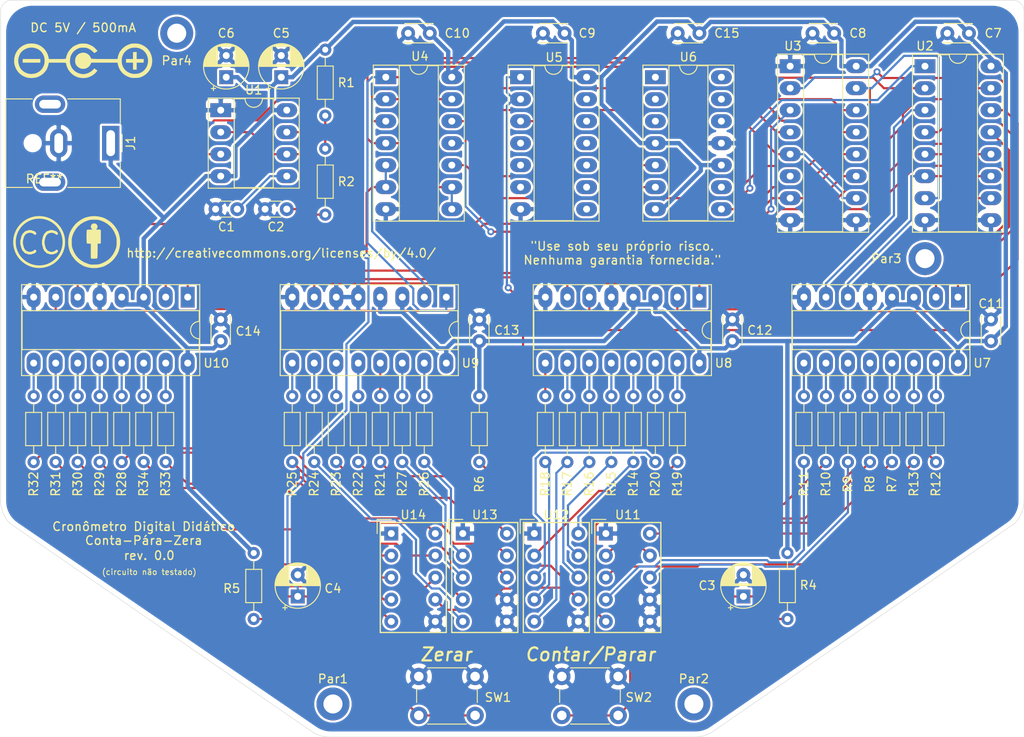
<source format=kicad_pcb>
(kicad_pcb (version 20171130) (host pcbnew 5.1.7-a382d34a8~87~ubuntu20.04.1)
  (title_block (title "Cronômetro Digital Didático Conta-Pára-Zera") (company "Fundamentos de Circuitos Digitais e Analógicos") (comment 1 "Décimos de segundo a unidades de minuto. (Circuito não testado.)") (comment 2 "Todos resistores de 1/8W, 5% de tolerância.") (comment 3 "CC BY 4.0 (https://creativecommons.org/licenses/by/4.0/)") (comment 4 "Use sob seu próprio risco. Nenhuma garantia fornecida."))
  (layers (0 F.Cu signal) (31 B.Cu signal) (35 F.Paste user hide) (37 F.SilkS user) (38 B.Mask user) (39 F.Mask user) (44 Edge.Cuts user))
  (net 0 "")
  (net 1 Earth)
  (net 2 "Net-(C1-Pad1)")
  (net 3 "Net-(C2-Pad1)")
  (net 4 "Net-(C3-Pad1)")
  (net 5 "Net-(C4-Pad1)")
  (net 6 VCC)
  (net 7 "Net-(R1-Pad2)")
  (net 8 /driver-displays/DP)
  (net 9 "Net-(R7-Pad2)")
  (net 10 "Net-(R7-Pad1)")
  (net 11 "Net-(R8-Pad2)")
  (net 12 "Net-(R8-Pad1)")
  (net 13 "Net-(R9-Pad2)")
  (net 14 "Net-(R9-Pad1)")
  (net 15 "Net-(R10-Pad2)")
  (net 16 "Net-(R10-Pad1)")
  (net 17 "Net-(R11-Pad2)")
  (net 18 "Net-(R11-Pad1)")
  (net 19 "Net-(R12-Pad2)")
  (net 20 "Net-(R12-Pad1)")
  (net 21 "Net-(R13-Pad2)")
  (net 22 "Net-(R13-Pad1)")
  (net 23 "Net-(R14-Pad2)")
  (net 24 "Net-(R14-Pad1)")
  (net 25 "Net-(R15-Pad2)")
  (net 26 "Net-(R15-Pad1)")
  (net 27 "Net-(R16-Pad2)")
  (net 28 "Net-(R16-Pad1)")
  (net 29 "Net-(R17-Pad2)")
  (net 30 "Net-(R17-Pad1)")
  (net 31 "Net-(R18-Pad2)")
  (net 32 "Net-(R18-Pad1)")
  (net 33 "Net-(R19-Pad2)")
  (net 34 "Net-(R19-Pad1)")
  (net 35 "Net-(R20-Pad2)")
  (net 36 "Net-(R20-Pad1)")
  (net 37 "Net-(R21-Pad2)")
  (net 38 "Net-(R21-Pad1)")
  (net 39 "Net-(R22-Pad2)")
  (net 40 "Net-(R22-Pad1)")
  (net 41 "Net-(R23-Pad2)")
  (net 42 "Net-(R23-Pad1)")
  (net 43 "Net-(R24-Pad2)")
  (net 44 "Net-(R24-Pad1)")
  (net 45 "Net-(R25-Pad2)")
  (net 46 "Net-(R25-Pad1)")
  (net 47 "Net-(R26-Pad2)")
  (net 48 "Net-(R26-Pad1)")
  (net 49 "Net-(R27-Pad2)")
  (net 50 "Net-(R27-Pad1)")
  (net 51 "Net-(R28-Pad2)")
  (net 52 "Net-(R28-Pad1)")
  (net 53 "Net-(R29-Pad2)")
  (net 54 "Net-(R29-Pad1)")
  (net 55 "Net-(R30-Pad2)")
  (net 56 "Net-(R30-Pad1)")
  (net 57 "Net-(R31-Pad2)")
  (net 58 "Net-(R31-Pad1)")
  (net 59 "Net-(R32-Pad2)")
  (net 60 "Net-(R32-Pad1)")
  (net 61 "Net-(R33-Pad2)")
  (net 62 "Net-(R33-Pad1)")
  (net 63 "Net-(R34-Pad2)")
  (net 64 "Net-(R34-Pad1)")
  (net 65 ck)
  (net 66 MR)
  (net 67 /M3)
  (net 68 /DS3)
  (net 69 /M2)
  (net 70 /DS2)
  (net 71 /M1)
  (net 72 /DS1)
  (net 73 /M0)
  (net 74 /DS0)
  (net 75 /Sd2)
  (net 76 /hab_cont)
  (net 77 /clr_seg)
  (net 78 /Su3)
  (net 79 /Su2)
  (net 80 /Sd1)
  (net 81 /Su1)
  (net 82 /Sd0)
  (net 83 /Su0)
  (net 84 "Net-(U4-Pad13)")
  (net 85 ~MR)
  (net 86 "Net-(U5-Pad3)")
  (module MountingHole:MountingHole_2.2mm_M2_DIN965_Pad (layer F.Cu) (at 113.03 59.055)
    (fp_text reference Par4 (at 0 3.175) (layer F.SilkS))
    (fp_text value MountingHole_2.2mm_M2_DIN965_Pad hide)
    (pad 1 thru_hole circle (at 0 0) (size 3.8 3.8) (drill 2.2) (layers *.Cu *.Mask))
  )
  (module MountingHole:MountingHole_2.2mm_M2_DIN965_Pad (layer F.Cu) (at 199.39 85.09 90)
    (fp_text reference Par3 (at 0 -4.445) (layer F.SilkS))
    (fp_text value MountingHole_2.2mm_M2_DIN965_Pad hide)
    (pad 1 thru_hole circle (at 0 0 90) (size 3.8 3.8) (drill 2.2) (layers *.Cu *.Mask))
  )
  (module MountingHole:MountingHole_2.2mm_M2_DIN965_Pad (layer F.Cu) (at 172.72 136.525)
    (fp_text reference Par2 (at 0 -2.9) (layer F.SilkS))
    (fp_text value MountingHole_2.2mm_M2_DIN965_Pad hide)
    (pad 1 thru_hole circle (at 0 0) (size 3.8 3.8) (drill 2.2) (layers *.Cu *.Mask))
  )
  (module MountingHole:MountingHole_2.2mm_M2_DIN965_Pad (layer F.Cu) (at 131.064 136.525)
    (fp_text reference Par1 (at 0 -2.9) (layer F.SilkS))
    (fp_text value MountingHole_2.2mm_M2_DIN965_Pad hide)
    (pad 1 thru_hole circle (at 0 0) (size 3.8 3.8) (drill 2.2) (layers *.Cu *.Mask))
  )
  (module contornos-personalizados:Symbol_CreativeCommons_SilkScreenTop_Type2_Small (layer F.Cu) (at 97.155 83.185)
    (fp_text reference REF** (at 0.59944 -7.29996) (layer F.SilkS))
    (fp_text value Symbol_CreativeCommons_SilkScreenTop_Type2_Small hide)
    (fp_text user CC (at 0 0.127) (layer F.SilkS) (effects (font (size 2.5 2.5) (thickness 0.3))))
  )
  (module contornos-personalizados:Symbol_CreativeCommonsBY_6mm_SilkScreenTop (layer F.Cu) (at 103.505 83.185)
    (fp_text reference G*** hide)
    (fp_text value LOGO hide)
  )
  (module contornos-personalizados:Polarity_Center_Positive_4mm_SilkScreen (layer F.Cu) (at 102.235 62.23)
    (fp_text reference G*** hide)
    (fp_text value LOGO hide)
  )
  (module Package_DIP:DIP-16_W7.62mm_Socket_LongPads (layer F.Cu) (at 183.832 62.865)
    (fp_text reference U3 (at 0.318 -2.33) (layer F.SilkS))
    (fp_text value 74HC4518)
    (pad 16 thru_hole oval (at 7.62 0) (size 2.4 1.6) (drill 0.8) (layers *.Cu *.Mask) (net 6 VCC))
    (pad 8 thru_hole oval (at 0 17.78) (size 2.4 1.6) (drill 0.8) (layers *.Cu *.Mask) (net 1 Earth))
    (pad 15 thru_hole oval (at 7.62 2.54) (size 2.4 1.6) (drill 0.8) (layers *.Cu *.Mask) (net 66 MR))
    (pad 7 thru_hole oval (at 0 15.24) (size 2.4 1.6) (drill 0.8) (layers *.Cu *.Mask) (net 77 /clr_seg))
    (pad 14 thru_hole oval (at 7.62 5.08) (size 2.4 1.6) (drill 0.8) (layers *.Cu *.Mask) (net 67 /M3))
    (pad 6 thru_hole oval (at 0 12.7) (size 2.4 1.6) (drill 0.8) (layers *.Cu *.Mask))
    (pad 13 thru_hole oval (at 7.62 7.62) (size 2.4 1.6) (drill 0.8) (layers *.Cu *.Mask) (net 69 /M2))
    (pad 5 thru_hole oval (at 0 10.16) (size 2.4 1.6) (drill 0.8) (layers *.Cu *.Mask) (net 75 /Sd2))
    (pad 12 thru_hole oval (at 7.62 10.16) (size 2.4 1.6) (drill 0.8) (layers *.Cu *.Mask) (net 71 /M1))
    (pad 4 thru_hole oval (at 0 7.62) (size 2.4 1.6) (drill 0.8) (layers *.Cu *.Mask) (net 80 /Sd1))
    (pad 11 thru_hole oval (at 7.62 12.7) (size 2.4 1.6) (drill 0.8) (layers *.Cu *.Mask) (net 73 /M0))
    (pad 3 thru_hole oval (at 0 5.08) (size 2.4 1.6) (drill 0.8) (layers *.Cu *.Mask) (net 82 /Sd0))
    (pad 10 thru_hole oval (at 7.62 15.24) (size 2.4 1.6) (drill 0.8) (layers *.Cu *.Mask) (net 75 /Sd2))
    (pad 2 thru_hole oval (at 0 2.54) (size 2.4 1.6) (drill 0.8) (layers *.Cu *.Mask) (net 78 /Su3))
    (pad 9 thru_hole oval (at 7.62 17.78) (size 2.4 1.6) (drill 0.8) (layers *.Cu *.Mask) (net 1 Earth))
    (pad 1 thru_hole rect (at 0 0) (size 2.4 1.6) (drill 0.8) (layers *.Cu *.Mask) (net 1 Earth))
  )
  (module Display_7Segment:HDSP-7801 (layer F.Cu) (at 137.795 116.84)
    (fp_text reference U14 (at 2.54 -2.159) (layer F.SilkS))
    (fp_text value HDSP-7803)
    (pad 10 thru_hole circle (at 5.08 0) (size 1.6 1.6) (drill 0.8) (layers *.Cu *.Mask) (net 52 "Net-(R28-Pad1)"))
    (pad 9 thru_hole circle (at 5.08 2.54) (size 1.6 1.6) (drill 0.8) (layers *.Cu *.Mask) (net 54 "Net-(R29-Pad1)"))
    (pad 8 thru_hole circle (at 5.08 5.08) (size 1.6 1.6) (drill 0.8) (layers *.Cu *.Mask) (net 56 "Net-(R30-Pad1)"))
    (pad 7 thru_hole circle (at 5.08 7.62) (size 1.6 1.6) (drill 0.8) (layers *.Cu *.Mask) (net 8 /driver-displays/DP))
    (pad 6 thru_hole circle (at 5.08 10.16) (size 1.6 1.6) (drill 0.8) (layers *.Cu *.Mask) (net 1 Earth))
    (pad 5 thru_hole circle (at 0 10.16) (size 1.6 1.6) (drill 0.8) (layers *.Cu *.Mask) (net 58 "Net-(R31-Pad1)"))
    (pad 4 thru_hole circle (at 0 7.62) (size 1.6 1.6) (drill 0.8) (layers *.Cu *.Mask) (net 60 "Net-(R32-Pad1)"))
    (pad 3 thru_hole circle (at 0 5.08) (size 1.6 1.6) (drill 0.8) (layers *.Cu *.Mask) (net 64 "Net-(R34-Pad1)"))
    (pad 2 thru_hole circle (at 0 2.54) (size 1.6 1.6) (drill 0.8) (layers *.Cu *.Mask) (net 62 "Net-(R33-Pad1)"))
    (pad 1 thru_hole rect (at 0 0) (size 1.6 1.6) (drill 0.8) (layers *.Cu *.Mask) (net 1 Earth))
  )
  (module Display_7Segment:HDSP-7801 (layer F.Cu) (at 146.05 116.84)
    (fp_text reference U13 (at 2.54 -2.159) (layer F.SilkS))
    (fp_text value HDSP-7803)
    (pad 10 thru_hole circle (at 5.08 0) (size 1.6 1.6) (drill 0.8) (layers *.Cu *.Mask) (net 38 "Net-(R21-Pad1)"))
    (pad 9 thru_hole circle (at 5.08 2.54) (size 1.6 1.6) (drill 0.8) (layers *.Cu *.Mask) (net 40 "Net-(R22-Pad1)"))
    (pad 8 thru_hole circle (at 5.08 5.08) (size 1.6 1.6) (drill 0.8) (layers *.Cu *.Mask) (net 42 "Net-(R23-Pad1)"))
    (pad 7 thru_hole circle (at 5.08 7.62) (size 1.6 1.6) (drill 0.8) (layers *.Cu *.Mask) (net 1 Earth))
    (pad 6 thru_hole circle (at 5.08 10.16) (size 1.6 1.6) (drill 0.8) (layers *.Cu *.Mask) (net 1 Earth))
    (pad 5 thru_hole circle (at 0 10.16) (size 1.6 1.6) (drill 0.8) (layers *.Cu *.Mask) (net 44 "Net-(R24-Pad1)"))
    (pad 4 thru_hole circle (at 0 7.62) (size 1.6 1.6) (drill 0.8) (layers *.Cu *.Mask) (net 46 "Net-(R25-Pad1)"))
    (pad 3 thru_hole circle (at 0 5.08) (size 1.6 1.6) (drill 0.8) (layers *.Cu *.Mask) (net 50 "Net-(R27-Pad1)"))
    (pad 2 thru_hole circle (at 0 2.54) (size 1.6 1.6) (drill 0.8) (layers *.Cu *.Mask) (net 48 "Net-(R26-Pad1)"))
    (pad 1 thru_hole rect (at 0 0) (size 1.6 1.6) (drill 0.8) (layers *.Cu *.Mask) (net 1 Earth))
  )
  (module Display_7Segment:HDSP-7801 (layer F.Cu) (at 154.305 116.84)
    (fp_text reference U12 (at 2.54 -2.159) (layer F.SilkS))
    (fp_text value HDSP-7803)
    (pad 10 thru_hole circle (at 5.08 0) (size 1.6 1.6) (drill 0.8) (layers *.Cu *.Mask) (net 24 "Net-(R14-Pad1)"))
    (pad 9 thru_hole circle (at 5.08 2.54) (size 1.6 1.6) (drill 0.8) (layers *.Cu *.Mask) (net 26 "Net-(R15-Pad1)"))
    (pad 8 thru_hole circle (at 5.08 5.08) (size 1.6 1.6) (drill 0.8) (layers *.Cu *.Mask) (net 28 "Net-(R16-Pad1)"))
    (pad 7 thru_hole circle (at 5.08 7.62) (size 1.6 1.6) (drill 0.8) (layers *.Cu *.Mask) (net 8 /driver-displays/DP))
    (pad 6 thru_hole circle (at 5.08 10.16) (size 1.6 1.6) (drill 0.8) (layers *.Cu *.Mask) (net 1 Earth))
    (pad 5 thru_hole circle (at 0 10.16) (size 1.6 1.6) (drill 0.8) (layers *.Cu *.Mask) (net 30 "Net-(R17-Pad1)"))
    (pad 4 thru_hole circle (at 0 7.62) (size 1.6 1.6) (drill 0.8) (layers *.Cu *.Mask) (net 32 "Net-(R18-Pad1)"))
    (pad 3 thru_hole circle (at 0 5.08) (size 1.6 1.6) (drill 0.8) (layers *.Cu *.Mask) (net 36 "Net-(R20-Pad1)"))
    (pad 2 thru_hole circle (at 0 2.54) (size 1.6 1.6) (drill 0.8) (layers *.Cu *.Mask) (net 34 "Net-(R19-Pad1)"))
    (pad 1 thru_hole rect (at 0 0) (size 1.6 1.6) (drill 0.8) (layers *.Cu *.Mask) (net 1 Earth))
  )
  (module Display_7Segment:HDSP-7801 (layer F.Cu) (at 162.56 116.84)
    (fp_text reference U11 (at 2.54 -2.159) (layer F.SilkS))
    (fp_text value HDSP-7803)
    (pad 10 thru_hole circle (at 5.08 0) (size 1.6 1.6) (drill 0.8) (layers *.Cu *.Mask) (net 10 "Net-(R7-Pad1)"))
    (pad 9 thru_hole circle (at 5.08 2.54) (size 1.6 1.6) (drill 0.8) (layers *.Cu *.Mask) (net 12 "Net-(R8-Pad1)"))
    (pad 8 thru_hole circle (at 5.08 5.08) (size 1.6 1.6) (drill 0.8) (layers *.Cu *.Mask) (net 14 "Net-(R9-Pad1)"))
    (pad 7 thru_hole circle (at 5.08 7.62) (size 1.6 1.6) (drill 0.8) (layers *.Cu *.Mask) (net 1 Earth))
    (pad 6 thru_hole circle (at 5.08 10.16) (size 1.6 1.6) (drill 0.8) (layers *.Cu *.Mask) (net 1 Earth))
    (pad 5 thru_hole circle (at 0 10.16) (size 1.6 1.6) (drill 0.8) (layers *.Cu *.Mask) (net 16 "Net-(R10-Pad1)"))
    (pad 4 thru_hole circle (at 0 7.62) (size 1.6 1.6) (drill 0.8) (layers *.Cu *.Mask) (net 18 "Net-(R11-Pad1)"))
    (pad 3 thru_hole circle (at 0 5.08) (size 1.6 1.6) (drill 0.8) (layers *.Cu *.Mask) (net 22 "Net-(R13-Pad1)"))
    (pad 2 thru_hole circle (at 0 2.54) (size 1.6 1.6) (drill 0.8) (layers *.Cu *.Mask) (net 20 "Net-(R12-Pad1)"))
    (pad 1 thru_hole rect (at 0 0) (size 1.6 1.6) (drill 0.8) (layers *.Cu *.Mask) (net 1 Earth))
  )
  (module Package_DIP:DIP-16_W7.62mm_Socket_LongPads (layer F.Cu) (at 114.3 89.535 270)
    (fp_text reference U10 (at 7.62 -3.302 180) (layer F.SilkS))
    (fp_text value CD4511BNSR)
    (pad 16 thru_hole oval (at 7.62 0 270) (size 2.4 1.6) (drill 0.8) (layers *.Cu *.Mask) (net 6 VCC))
    (pad 8 thru_hole oval (at 0 17.78 270) (size 2.4 1.6) (drill 0.8) (layers *.Cu *.Mask) (net 1 Earth))
    (pad 15 thru_hole oval (at 7.62 2.54 270) (size 2.4 1.6) (drill 0.8) (layers *.Cu *.Mask) (net 61 "Net-(R33-Pad2)"))
    (pad 7 thru_hole oval (at 0 15.24 270) (size 2.4 1.6) (drill 0.8) (layers *.Cu *.Mask) (net 73 /M0))
    (pad 14 thru_hole oval (at 7.62 5.08 270) (size 2.4 1.6) (drill 0.8) (layers *.Cu *.Mask) (net 63 "Net-(R34-Pad2)"))
    (pad 6 thru_hole oval (at 0 12.7 270) (size 2.4 1.6) (drill 0.8) (layers *.Cu *.Mask) (net 67 /M3))
    (pad 13 thru_hole oval (at 7.62 7.62 270) (size 2.4 1.6) (drill 0.8) (layers *.Cu *.Mask) (net 51 "Net-(R28-Pad2)"))
    (pad 5 thru_hole oval (at 0 10.16 270) (size 2.4 1.6) (drill 0.8) (layers *.Cu *.Mask) (net 1 Earth))
    (pad 12 thru_hole oval (at 7.62 10.16 270) (size 2.4 1.6) (drill 0.8) (layers *.Cu *.Mask) (net 53 "Net-(R29-Pad2)"))
    (pad 4 thru_hole oval (at 0 7.62 270) (size 2.4 1.6) (drill 0.8) (layers *.Cu *.Mask) (net 6 VCC))
    (pad 11 thru_hole oval (at 7.62 12.7 270) (size 2.4 1.6) (drill 0.8) (layers *.Cu *.Mask) (net 55 "Net-(R30-Pad2)"))
    (pad 3 thru_hole oval (at 0 5.08 270) (size 2.4 1.6) (drill 0.8) (layers *.Cu *.Mask) (net 6 VCC))
    (pad 10 thru_hole oval (at 7.62 15.24 270) (size 2.4 1.6) (drill 0.8) (layers *.Cu *.Mask) (net 57 "Net-(R31-Pad2)"))
    (pad 2 thru_hole oval (at 0 2.54 270) (size 2.4 1.6) (drill 0.8) (layers *.Cu *.Mask) (net 69 /M2))
    (pad 9 thru_hole oval (at 7.62 17.78 270) (size 2.4 1.6) (drill 0.8) (layers *.Cu *.Mask) (net 59 "Net-(R32-Pad2)"))
    (pad 1 thru_hole rect (at 0 0 270) (size 2.4 1.6) (drill 0.8) (layers *.Cu *.Mask) (net 71 /M1))
  )
  (module Package_DIP:DIP-16_W7.62mm_Socket_LongPads (layer F.Cu) (at 144.145 89.535 270)
    (fp_text reference U9 (at 7.62 -2.794 180) (layer F.SilkS))
    (fp_text value CD4511BNSR)
    (pad 16 thru_hole oval (at 7.62 0 270) (size 2.4 1.6) (drill 0.8) (layers *.Cu *.Mask) (net 6 VCC))
    (pad 8 thru_hole oval (at 0 17.78 270) (size 2.4 1.6) (drill 0.8) (layers *.Cu *.Mask) (net 1 Earth))
    (pad 15 thru_hole oval (at 7.62 2.54 270) (size 2.4 1.6) (drill 0.8) (layers *.Cu *.Mask) (net 47 "Net-(R26-Pad2)"))
    (pad 7 thru_hole oval (at 0 15.24 270) (size 2.4 1.6) (drill 0.8) (layers *.Cu *.Mask) (net 82 /Sd0))
    (pad 14 thru_hole oval (at 7.62 5.08 270) (size 2.4 1.6) (drill 0.8) (layers *.Cu *.Mask) (net 49 "Net-(R27-Pad2)"))
    (pad 6 thru_hole oval (at 0 12.7 270) (size 2.4 1.6) (drill 0.8) (layers *.Cu *.Mask) (net 1 Earth))
    (pad 13 thru_hole oval (at 7.62 7.62 270) (size 2.4 1.6) (drill 0.8) (layers *.Cu *.Mask) (net 37 "Net-(R21-Pad2)"))
    (pad 5 thru_hole oval (at 0 10.16 270) (size 2.4 1.6) (drill 0.8) (layers *.Cu *.Mask) (net 1 Earth))
    (pad 12 thru_hole oval (at 7.62 10.16 270) (size 2.4 1.6) (drill 0.8) (layers *.Cu *.Mask) (net 39 "Net-(R22-Pad2)"))
    (pad 4 thru_hole oval (at 0 7.62 270) (size 2.4 1.6) (drill 0.8) (layers *.Cu *.Mask) (net 6 VCC))
    (pad 11 thru_hole oval (at 7.62 12.7 270) (size 2.4 1.6) (drill 0.8) (layers *.Cu *.Mask) (net 41 "Net-(R23-Pad2)"))
    (pad 3 thru_hole oval (at 0 5.08 270) (size 2.4 1.6) (drill 0.8) (layers *.Cu *.Mask) (net 6 VCC))
    (pad 10 thru_hole oval (at 7.62 15.24 270) (size 2.4 1.6) (drill 0.8) (layers *.Cu *.Mask) (net 43 "Net-(R24-Pad2)"))
    (pad 2 thru_hole oval (at 0 2.54 270) (size 2.4 1.6) (drill 0.8) (layers *.Cu *.Mask) (net 75 /Sd2))
    (pad 9 thru_hole oval (at 7.62 17.78 270) (size 2.4 1.6) (drill 0.8) (layers *.Cu *.Mask) (net 45 "Net-(R25-Pad2)"))
    (pad 1 thru_hole rect (at 0 0 270) (size 2.4 1.6) (drill 0.8) (layers *.Cu *.Mask) (net 80 /Sd1))
  )
  (module Package_DIP:DIP-16_W7.62mm_Socket_LongPads (layer F.Cu) (at 173.355 89.535 270)
    (fp_text reference U8 (at 7.62 -2.794 180) (layer F.SilkS))
    (fp_text value CD4511BNSR)
    (pad 16 thru_hole oval (at 7.62 0 270) (size 2.4 1.6) (drill 0.8) (layers *.Cu *.Mask) (net 6 VCC))
    (pad 8 thru_hole oval (at 0 17.78 270) (size 2.4 1.6) (drill 0.8) (layers *.Cu *.Mask) (net 1 Earth))
    (pad 15 thru_hole oval (at 7.62 2.54 270) (size 2.4 1.6) (drill 0.8) (layers *.Cu *.Mask) (net 33 "Net-(R19-Pad2)"))
    (pad 7 thru_hole oval (at 0 15.24 270) (size 2.4 1.6) (drill 0.8) (layers *.Cu *.Mask) (net 83 /Su0))
    (pad 14 thru_hole oval (at 7.62 5.08 270) (size 2.4 1.6) (drill 0.8) (layers *.Cu *.Mask) (net 35 "Net-(R20-Pad2)"))
    (pad 6 thru_hole oval (at 0 12.7 270) (size 2.4 1.6) (drill 0.8) (layers *.Cu *.Mask) (net 78 /Su3))
    (pad 13 thru_hole oval (at 7.62 7.62 270) (size 2.4 1.6) (drill 0.8) (layers *.Cu *.Mask) (net 23 "Net-(R14-Pad2)"))
    (pad 5 thru_hole oval (at 0 10.16 270) (size 2.4 1.6) (drill 0.8) (layers *.Cu *.Mask) (net 1 Earth))
    (pad 12 thru_hole oval (at 7.62 10.16 270) (size 2.4 1.6) (drill 0.8) (layers *.Cu *.Mask) (net 25 "Net-(R15-Pad2)"))
    (pad 4 thru_hole oval (at 0 7.62 270) (size 2.4 1.6) (drill 0.8) (layers *.Cu *.Mask) (net 6 VCC))
    (pad 11 thru_hole oval (at 7.62 12.7 270) (size 2.4 1.6) (drill 0.8) (layers *.Cu *.Mask) (net 27 "Net-(R16-Pad2)"))
    (pad 3 thru_hole oval (at 0 5.08 270) (size 2.4 1.6) (drill 0.8) (layers *.Cu *.Mask) (net 6 VCC))
    (pad 10 thru_hole oval (at 7.62 15.24 270) (size 2.4 1.6) (drill 0.8) (layers *.Cu *.Mask) (net 29 "Net-(R17-Pad2)"))
    (pad 2 thru_hole oval (at 0 2.54 270) (size 2.4 1.6) (drill 0.8) (layers *.Cu *.Mask) (net 79 /Su2))
    (pad 9 thru_hole oval (at 7.62 17.78 270) (size 2.4 1.6) (drill 0.8) (layers *.Cu *.Mask) (net 31 "Net-(R18-Pad2)"))
    (pad 1 thru_hole rect (at 0 0 270) (size 2.4 1.6) (drill 0.8) (layers *.Cu *.Mask) (net 81 /Su1))
  )
  (module Package_DIP:DIP-16_W7.62mm_Socket_LongPads (layer F.Cu) (at 203.2 89.535 270)
    (fp_text reference U7 (at 7.62 -2.794 180) (layer F.SilkS))
    (fp_text value CD4511BNSR)
    (pad 16 thru_hole oval (at 7.62 0 270) (size 2.4 1.6) (drill 0.8) (layers *.Cu *.Mask) (net 6 VCC))
    (pad 8 thru_hole oval (at 0 17.78 270) (size 2.4 1.6) (drill 0.8) (layers *.Cu *.Mask) (net 1 Earth))
    (pad 15 thru_hole oval (at 7.62 2.54 270) (size 2.4 1.6) (drill 0.8) (layers *.Cu *.Mask) (net 19 "Net-(R12-Pad2)"))
    (pad 7 thru_hole oval (at 0 15.24 270) (size 2.4 1.6) (drill 0.8) (layers *.Cu *.Mask) (net 74 /DS0))
    (pad 14 thru_hole oval (at 7.62 5.08 270) (size 2.4 1.6) (drill 0.8) (layers *.Cu *.Mask) (net 21 "Net-(R13-Pad2)"))
    (pad 6 thru_hole oval (at 0 12.7 270) (size 2.4 1.6) (drill 0.8) (layers *.Cu *.Mask) (net 68 /DS3))
    (pad 13 thru_hole oval (at 7.62 7.62 270) (size 2.4 1.6) (drill 0.8) (layers *.Cu *.Mask) (net 9 "Net-(R7-Pad2)"))
    (pad 5 thru_hole oval (at 0 10.16 270) (size 2.4 1.6) (drill 0.8) (layers *.Cu *.Mask) (net 1 Earth))
    (pad 12 thru_hole oval (at 7.62 10.16 270) (size 2.4 1.6) (drill 0.8) (layers *.Cu *.Mask) (net 11 "Net-(R8-Pad2)"))
    (pad 4 thru_hole oval (at 0 7.62 270) (size 2.4 1.6) (drill 0.8) (layers *.Cu *.Mask) (net 6 VCC))
    (pad 11 thru_hole oval (at 7.62 12.7 270) (size 2.4 1.6) (drill 0.8) (layers *.Cu *.Mask) (net 13 "Net-(R9-Pad2)"))
    (pad 3 thru_hole oval (at 0 5.08 270) (size 2.4 1.6) (drill 0.8) (layers *.Cu *.Mask) (net 6 VCC))
    (pad 10 thru_hole oval (at 7.62 15.24 270) (size 2.4 1.6) (drill 0.8) (layers *.Cu *.Mask) (net 15 "Net-(R10-Pad2)"))
    (pad 2 thru_hole oval (at 0 2.54 270) (size 2.4 1.6) (drill 0.8) (layers *.Cu *.Mask) (net 70 /DS2))
    (pad 9 thru_hole oval (at 7.62 17.78 270) (size 2.4 1.6) (drill 0.8) (layers *.Cu *.Mask) (net 17 "Net-(R11-Pad2)"))
    (pad 1 thru_hole rect (at 0 0 270) (size 2.4 1.6) (drill 0.8) (layers *.Cu *.Mask) (net 72 /DS1))
  )
  (module Package_DIP:DIP-14_W7.62mm_Socket_LongPads (layer F.Cu) (at 168.275 64.135)
    (fp_text reference U6 (at 3.81 -2.33) (layer F.SilkS))
    (fp_text value 74HC73)
    (pad 14 thru_hole oval (at 7.62 0) (size 2.4 1.6) (drill 0.8) (layers *.Cu *.Mask))
    (pad 7 thru_hole oval (at 0 15.24) (size 2.4 1.6) (drill 0.8) (layers *.Cu *.Mask) (net 6 VCC))
    (pad 13 thru_hole oval (at 7.62 2.54) (size 2.4 1.6) (drill 0.8) (layers *.Cu *.Mask))
    (pad 6 thru_hole oval (at 0 12.7) (size 2.4 1.6) (drill 0.8) (layers *.Cu *.Mask) (net 85 ~MR))
    (pad 12 thru_hole oval (at 7.62 5.08) (size 2.4 1.6) (drill 0.8) (layers *.Cu *.Mask))
    (pad 5 thru_hole oval (at 0 10.16) (size 2.4 1.6) (drill 0.8) (layers *.Cu *.Mask) (net 86 "Net-(U5-Pad3)"))
    (pad 11 thru_hole oval (at 7.62 7.62) (size 2.4 1.6) (drill 0.8) (layers *.Cu *.Mask) (net 1 Earth))
    (pad 4 thru_hole oval (at 0 7.62) (size 2.4 1.6) (drill 0.8) (layers *.Cu *.Mask) (net 6 VCC))
    (pad 10 thru_hole oval (at 7.62 10.16) (size 2.4 1.6) (drill 0.8) (layers *.Cu *.Mask) (net 6 VCC))
    (pad 3 thru_hole oval (at 0 5.08) (size 2.4 1.6) (drill 0.8) (layers *.Cu *.Mask))
    (pad 9 thru_hole oval (at 7.62 12.7) (size 2.4 1.6) (drill 0.8) (layers *.Cu *.Mask))
    (pad 2 thru_hole oval (at 0 2.54) (size 2.4 1.6) (drill 0.8) (layers *.Cu *.Mask))
    (pad 8 thru_hole oval (at 7.62 15.24) (size 2.4 1.6) (drill 0.8) (layers *.Cu *.Mask) (net 76 /hab_cont))
    (pad 1 thru_hole rect (at 0 0) (size 2.4 1.6) (drill 0.8) (layers *.Cu *.Mask))
  )
  (module Package_DIP:DIP-14_W7.62mm_Socket_LongPads (layer F.Cu) (at 152.717 64.135)
    (fp_text reference U5 (at 3.874 -2.286) (layer F.SilkS))
    (fp_text value CD4093)
    (pad 14 thru_hole oval (at 7.62 0) (size 2.4 1.6) (drill 0.8) (layers *.Cu *.Mask) (net 6 VCC))
    (pad 7 thru_hole oval (at 0 15.24) (size 2.4 1.6) (drill 0.8) (layers *.Cu *.Mask) (net 1 Earth))
    (pad 13 thru_hole oval (at 7.62 2.54) (size 2.4 1.6) (drill 0.8) (layers *.Cu *.Mask))
    (pad 6 thru_hole oval (at 0 12.7) (size 2.4 1.6) (drill 0.8) (layers *.Cu *.Mask))
    (pad 12 thru_hole oval (at 7.62 5.08) (size 2.4 1.6) (drill 0.8) (layers *.Cu *.Mask))
    (pad 5 thru_hole oval (at 0 10.16) (size 2.4 1.6) (drill 0.8) (layers *.Cu *.Mask))
    (pad 11 thru_hole oval (at 7.62 7.62) (size 2.4 1.6) (drill 0.8) (layers *.Cu *.Mask))
    (pad 4 thru_hole oval (at 0 7.62) (size 2.4 1.6) (drill 0.8) (layers *.Cu *.Mask))
    (pad 10 thru_hole oval (at 7.62 10.16) (size 2.4 1.6) (drill 0.8) (layers *.Cu *.Mask))
    (pad 3 thru_hole oval (at 0 5.08) (size 2.4 1.6) (drill 0.8) (layers *.Cu *.Mask) (net 86 "Net-(U5-Pad3)"))
    (pad 9 thru_hole oval (at 7.62 12.7) (size 2.4 1.6) (drill 0.8) (layers *.Cu *.Mask))
    (pad 2 thru_hole oval (at 0 2.54) (size 2.4 1.6) (drill 0.8) (layers *.Cu *.Mask) (net 4 "Net-(C3-Pad1)"))
    (pad 8 thru_hole oval (at 7.62 15.24) (size 2.4 1.6) (drill 0.8) (layers *.Cu *.Mask))
    (pad 1 thru_hole rect (at 0 0) (size 2.4 1.6) (drill 0.8) (layers *.Cu *.Mask) (net 4 "Net-(C3-Pad1)"))
  )
  (module Package_DIP:DIP-14_W7.62mm_Socket_LongPads (layer F.Cu) (at 137.16 64.135)
    (fp_text reference U4 (at 3.937 -2.413) (layer F.SilkS))
    (fp_text value CD4093)
    (pad 14 thru_hole oval (at 7.62 0) (size 2.4 1.6) (drill 0.8) (layers *.Cu *.Mask) (net 6 VCC))
    (pad 7 thru_hole oval (at 0 15.24) (size 2.4 1.6) (drill 0.8) (layers *.Cu *.Mask) (net 1 Earth))
    (pad 13 thru_hole oval (at 7.62 2.54) (size 2.4 1.6) (drill 0.8) (layers *.Cu *.Mask) (net 84 "Net-(U4-Pad13)"))
    (pad 6 thru_hole oval (at 0 12.7) (size 2.4 1.6) (drill 0.8) (layers *.Cu *.Mask) (net 5 "Net-(C4-Pad1)"))
    (pad 12 thru_hole oval (at 7.62 5.08) (size 2.4 1.6) (drill 0.8) (layers *.Cu *.Mask) (net 85 ~MR))
    (pad 5 thru_hole oval (at 0 10.16) (size 2.4 1.6) (drill 0.8) (layers *.Cu *.Mask) (net 5 "Net-(C4-Pad1)"))
    (pad 11 thru_hole oval (at 7.62 7.62) (size 2.4 1.6) (drill 0.8) (layers *.Cu *.Mask) (net 77 /clr_seg))
    (pad 4 thru_hole oval (at 0 7.62) (size 2.4 1.6) (drill 0.8) (layers *.Cu *.Mask) (net 66 MR))
    (pad 10 thru_hole oval (at 7.62 10.16) (size 2.4 1.6) (drill 0.8) (layers *.Cu *.Mask) (net 85 ~MR))
    (pad 3 thru_hole oval (at 0 5.08) (size 2.4 1.6) (drill 0.8) (layers *.Cu *.Mask) (net 84 "Net-(U4-Pad13)"))
    (pad 9 thru_hole oval (at 7.62 12.7) (size 2.4 1.6) (drill 0.8) (layers *.Cu *.Mask) (net 66 MR))
    (pad 2 thru_hole oval (at 0 2.54) (size 2.4 1.6) (drill 0.8) (layers *.Cu *.Mask) (net 75 /Sd2))
    (pad 8 thru_hole oval (at 7.62 15.24) (size 2.4 1.6) (drill 0.8) (layers *.Cu *.Mask) (net 66 MR))
    (pad 1 thru_hole rect (at 0 0) (size 2.4 1.6) (drill 0.8) (layers *.Cu *.Mask) (net 80 /Sd1))
  )
  (module Package_DIP:DIP-16_W7.62mm_Socket_LongPads (layer F.Cu) (at 199.39 62.865)
    (fp_text reference U2 (at 0 -2.33) (layer F.SilkS))
    (fp_text value 74HC4518)
    (pad 16 thru_hole oval (at 7.62 0) (size 2.4 1.6) (drill 0.8) (layers *.Cu *.Mask) (net 6 VCC))
    (pad 8 thru_hole oval (at 0 17.78) (size 2.4 1.6) (drill 0.8) (layers *.Cu *.Mask) (net 1 Earth))
    (pad 15 thru_hole oval (at 7.62 2.54) (size 2.4 1.6) (drill 0.8) (layers *.Cu *.Mask) (net 77 /clr_seg))
    (pad 7 thru_hole oval (at 0 15.24) (size 2.4 1.6) (drill 0.8) (layers *.Cu *.Mask) (net 66 MR))
    (pad 14 thru_hole oval (at 7.62 5.08) (size 2.4 1.6) (drill 0.8) (layers *.Cu *.Mask) (net 78 /Su3))
    (pad 6 thru_hole oval (at 0 12.7) (size 2.4 1.6) (drill 0.8) (layers *.Cu *.Mask) (net 68 /DS3))
    (pad 13 thru_hole oval (at 7.62 7.62) (size 2.4 1.6) (drill 0.8) (layers *.Cu *.Mask) (net 79 /Su2))
    (pad 5 thru_hole oval (at 0 10.16) (size 2.4 1.6) (drill 0.8) (layers *.Cu *.Mask) (net 70 /DS2))
    (pad 12 thru_hole oval (at 7.62 10.16) (size 2.4 1.6) (drill 0.8) (layers *.Cu *.Mask) (net 81 /Su1))
    (pad 4 thru_hole oval (at 0 7.62) (size 2.4 1.6) (drill 0.8) (layers *.Cu *.Mask) (net 72 /DS1))
    (pad 11 thru_hole oval (at 7.62 12.7) (size 2.4 1.6) (drill 0.8) (layers *.Cu *.Mask) (net 83 /Su0))
    (pad 3 thru_hole oval (at 0 5.08) (size 2.4 1.6) (drill 0.8) (layers *.Cu *.Mask) (net 74 /DS0))
    (pad 10 thru_hole oval (at 7.62 15.24) (size 2.4 1.6) (drill 0.8) (layers *.Cu *.Mask) (net 68 /DS3))
    (pad 2 thru_hole oval (at 0 2.54) (size 2.4 1.6) (drill 0.8) (layers *.Cu *.Mask) (net 65 ck))
    (pad 9 thru_hole oval (at 7.62 17.78) (size 2.4 1.6) (drill 0.8) (layers *.Cu *.Mask) (net 1 Earth))
    (pad 1 thru_hole rect (at 0 0) (size 2.4 1.6) (drill 0.8) (layers *.Cu *.Mask) (net 76 /hab_cont))
  )
  (module Package_DIP:DIP-8_W7.62mm_Socket_LongPads (layer F.Cu) (at 118.11 67.945)
    (fp_text reference U1 (at 3.81 -2.33) (layer F.SilkS))
    (fp_text value LM555)
    (pad 8 thru_hole oval (at 7.62 0) (size 2.4 1.6) (drill 0.8) (layers *.Cu *.Mask) (net 6 VCC))
    (pad 4 thru_hole oval (at 0 7.62) (size 2.4 1.6) (drill 0.8) (layers *.Cu *.Mask) (net 6 VCC))
    (pad 7 thru_hole oval (at 7.62 2.54) (size 2.4 1.6) (drill 0.8) (layers *.Cu *.Mask) (net 7 "Net-(R1-Pad2)"))
    (pad 3 thru_hole oval (at 0 5.08) (size 2.4 1.6) (drill 0.8) (layers *.Cu *.Mask) (net 65 ck))
    (pad 6 thru_hole oval (at 7.62 5.08) (size 2.4 1.6) (drill 0.8) (layers *.Cu *.Mask) (net 3 "Net-(C2-Pad1)"))
    (pad 2 thru_hole oval (at 0 2.54) (size 2.4 1.6) (drill 0.8) (layers *.Cu *.Mask) (net 3 "Net-(C2-Pad1)"))
    (pad 5 thru_hole oval (at 7.62 7.62) (size 2.4 1.6) (drill 0.8) (layers *.Cu *.Mask) (net 2 "Net-(C1-Pad1)"))
    (pad 1 thru_hole rect (at 0 0) (size 2.4 1.6) (drill 0.8) (layers *.Cu *.Mask) (net 1 Earth))
  )
  (module Button_Switch_THT:SW_PUSH_6mm_H4.3mm (layer F.Cu) (at 157.48 133.35)
    (fp_text reference SW2 (at 8.89 2.413) (layer F.SilkS))
    (fp_text value SW_Push hide)
    (pad 1 thru_hole circle (at 6.5 0 90) (size 2 2) (drill 1.1) (layers *.Cu *.Mask) (net 1 Earth))
    (pad 2 thru_hole circle (at 6.5 4.5 90) (size 2 2) (drill 1.1) (layers *.Cu *.Mask) (net 4 "Net-(C3-Pad1)"))
    (pad 1 thru_hole circle (at 0 0 90) (size 2 2) (drill 1.1) (layers *.Cu *.Mask) (net 1 Earth))
    (pad 2 thru_hole circle (at 0 4.5 90) (size 2 2) (drill 1.1) (layers *.Cu *.Mask) (net 4 "Net-(C3-Pad1)"))
  )
  (module Button_Switch_THT:SW_PUSH_6mm_H4.3mm (layer F.Cu) (at 140.97 133.35)
    (fp_text reference SW1 (at 9.144 2.413) (layer F.SilkS))
    (fp_text value SW_Push hide)
    (pad 1 thru_hole circle (at 6.5 0 90) (size 2 2) (drill 1.1) (layers *.Cu *.Mask) (net 1 Earth))
    (pad 2 thru_hole circle (at 6.5 4.5 90) (size 2 2) (drill 1.1) (layers *.Cu *.Mask) (net 5 "Net-(C4-Pad1)"))
    (pad 1 thru_hole circle (at 0 0 90) (size 2 2) (drill 1.1) (layers *.Cu *.Mask) (net 1 Earth))
    (pad 2 thru_hole circle (at 0 4.5 90) (size 2 2) (drill 1.1) (layers *.Cu *.Mask) (net 5 "Net-(C4-Pad1)"))
  )
  (module Resistor_THT:R_Axial_DIN0204_L3.6mm_D1.6mm_P7.62mm_Horizontal (layer F.Cu) (at 109.22 108.585 90)
    (fp_text reference R34 (at -2.54 -0.015 90) (layer F.SilkS))
    (fp_text value 270R)
    (pad 2 thru_hole oval (at 7.62 0 90) (size 1.4 1.4) (drill 0.7) (layers *.Cu *.Mask) (net 63 "Net-(R34-Pad2)"))
    (pad 1 thru_hole circle (at 0 0 90) (size 1.4 1.4) (drill 0.7) (layers *.Cu *.Mask) (net 64 "Net-(R34-Pad1)"))
  )
  (module Resistor_THT:R_Axial_DIN0204_L3.6mm_D1.6mm_P7.62mm_Horizontal (layer F.Cu) (at 111.76 108.585 90)
    (fp_text reference R33 (at -2.54 -0.015 90) (layer F.SilkS))
    (fp_text value 270R)
    (pad 2 thru_hole oval (at 7.62 0 90) (size 1.4 1.4) (drill 0.7) (layers *.Cu *.Mask) (net 61 "Net-(R33-Pad2)"))
    (pad 1 thru_hole circle (at 0 0 90) (size 1.4 1.4) (drill 0.7) (layers *.Cu *.Mask) (net 62 "Net-(R33-Pad1)"))
  )
  (module Resistor_THT:R_Axial_DIN0204_L3.6mm_D1.6mm_P7.62mm_Horizontal (layer F.Cu) (at 96.52 108.585 90)
    (fp_text reference R32 (at -2.54 0 90) (layer F.SilkS))
    (fp_text value 270R)
    (pad 2 thru_hole oval (at 7.62 0 90) (size 1.4 1.4) (drill 0.7) (layers *.Cu *.Mask) (net 59 "Net-(R32-Pad2)"))
    (pad 1 thru_hole circle (at 0 0 90) (size 1.4 1.4) (drill 0.7) (layers *.Cu *.Mask) (net 60 "Net-(R32-Pad1)"))
  )
  (module Resistor_THT:R_Axial_DIN0204_L3.6mm_D1.6mm_P7.62mm_Horizontal (layer F.Cu) (at 99.06 108.585 90)
    (fp_text reference R31 (at -2.54 0 90) (layer F.SilkS))
    (fp_text value 270R)
    (pad 2 thru_hole oval (at 7.62 0 90) (size 1.4 1.4) (drill 0.7) (layers *.Cu *.Mask) (net 57 "Net-(R31-Pad2)"))
    (pad 1 thru_hole circle (at 0 0 90) (size 1.4 1.4) (drill 0.7) (layers *.Cu *.Mask) (net 58 "Net-(R31-Pad1)"))
  )
  (module Resistor_THT:R_Axial_DIN0204_L3.6mm_D1.6mm_P7.62mm_Horizontal (layer F.Cu) (at 101.6 108.585 90)
    (fp_text reference R30 (at -2.54 0 90) (layer F.SilkS))
    (fp_text value 270R)
    (pad 2 thru_hole oval (at 7.62 0 90) (size 1.4 1.4) (drill 0.7) (layers *.Cu *.Mask) (net 55 "Net-(R30-Pad2)"))
    (pad 1 thru_hole circle (at 0 0 90) (size 1.4 1.4) (drill 0.7) (layers *.Cu *.Mask) (net 56 "Net-(R30-Pad1)"))
  )
  (module Resistor_THT:R_Axial_DIN0204_L3.6mm_D1.6mm_P7.62mm_Horizontal (layer F.Cu) (at 104.14 108.585 90)
    (fp_text reference R29 (at -2.54 -0.015 90) (layer F.SilkS))
    (fp_text value 270R)
    (pad 2 thru_hole oval (at 7.62 0 90) (size 1.4 1.4) (drill 0.7) (layers *.Cu *.Mask) (net 53 "Net-(R29-Pad2)"))
    (pad 1 thru_hole circle (at 0 0 90) (size 1.4 1.4) (drill 0.7) (layers *.Cu *.Mask) (net 54 "Net-(R29-Pad1)"))
  )
  (module Resistor_THT:R_Axial_DIN0204_L3.6mm_D1.6mm_P7.62mm_Horizontal (layer F.Cu) (at 106.68 108.585 90)
    (fp_text reference R28 (at -2.54 -0.015 90) (layer F.SilkS))
    (fp_text value 270R)
    (pad 2 thru_hole oval (at 7.62 0 90) (size 1.4 1.4) (drill 0.7) (layers *.Cu *.Mask) (net 51 "Net-(R28-Pad2)"))
    (pad 1 thru_hole circle (at 0 0 90) (size 1.4 1.4) (drill 0.7) (layers *.Cu *.Mask) (net 52 "Net-(R28-Pad1)"))
  )
  (module Resistor_THT:R_Axial_DIN0204_L3.6mm_D1.6mm_P7.62mm_Horizontal (layer F.Cu) (at 139.065 108.585 90)
    (fp_text reference R27 (at -2.54 -0.015 90) (layer F.SilkS))
    (fp_text value 270R)
    (pad 2 thru_hole oval (at 7.62 0 90) (size 1.4 1.4) (drill 0.7) (layers *.Cu *.Mask) (net 49 "Net-(R27-Pad2)"))
    (pad 1 thru_hole circle (at 0 0 90) (size 1.4 1.4) (drill 0.7) (layers *.Cu *.Mask) (net 50 "Net-(R27-Pad1)"))
  )
  (module Resistor_THT:R_Axial_DIN0204_L3.6mm_D1.6mm_P7.62mm_Horizontal (layer F.Cu) (at 141.605 108.585 90)
    (fp_text reference R26 (at -2.54 -0.015 90) (layer F.SilkS))
    (fp_text value 270R)
    (pad 2 thru_hole oval (at 7.62 0 90) (size 1.4 1.4) (drill 0.7) (layers *.Cu *.Mask) (net 47 "Net-(R26-Pad2)"))
    (pad 1 thru_hole circle (at 0 0 90) (size 1.4 1.4) (drill 0.7) (layers *.Cu *.Mask) (net 48 "Net-(R26-Pad1)"))
  )
  (module Resistor_THT:R_Axial_DIN0204_L3.6mm_D1.6mm_P7.62mm_Horizontal (layer F.Cu) (at 126.365 108.585 90)
    (fp_text reference R25 (at -2.54 -0.015 90) (layer F.SilkS))
    (fp_text value 270R)
    (pad 2 thru_hole oval (at 7.62 0 90) (size 1.4 1.4) (drill 0.7) (layers *.Cu *.Mask) (net 45 "Net-(R25-Pad2)"))
    (pad 1 thru_hole circle (at 0 0 90) (size 1.4 1.4) (drill 0.7) (layers *.Cu *.Mask) (net 46 "Net-(R25-Pad1)"))
  )
  (module Resistor_THT:R_Axial_DIN0204_L3.6mm_D1.6mm_P7.62mm_Horizontal (layer F.Cu) (at 128.905 108.585 90)
    (fp_text reference R24 (at -2.54 -0.015 90) (layer F.SilkS))
    (fp_text value 270R)
    (pad 2 thru_hole oval (at 7.62 0 90) (size 1.4 1.4) (drill 0.7) (layers *.Cu *.Mask) (net 43 "Net-(R24-Pad2)"))
    (pad 1 thru_hole circle (at 0 0 90) (size 1.4 1.4) (drill 0.7) (layers *.Cu *.Mask) (net 44 "Net-(R24-Pad1)"))
  )
  (module Resistor_THT:R_Axial_DIN0204_L3.6mm_D1.6mm_P7.62mm_Horizontal (layer F.Cu) (at 131.445 108.585 90)
    (fp_text reference R23 (at -2.54 -0.015 90) (layer F.SilkS))
    (fp_text value 270R)
    (pad 2 thru_hole oval (at 7.62 0 90) (size 1.4 1.4) (drill 0.7) (layers *.Cu *.Mask) (net 41 "Net-(R23-Pad2)"))
    (pad 1 thru_hole circle (at 0 0 90) (size 1.4 1.4) (drill 0.7) (layers *.Cu *.Mask) (net 42 "Net-(R23-Pad1)"))
  )
  (module Resistor_THT:R_Axial_DIN0204_L3.6mm_D1.6mm_P7.62mm_Horizontal (layer F.Cu) (at 133.985 108.585 90)
    (fp_text reference R22 (at -2.54 -0.015 90) (layer F.SilkS))
    (fp_text value 270R)
    (pad 2 thru_hole oval (at 7.62 0 90) (size 1.4 1.4) (drill 0.7) (layers *.Cu *.Mask) (net 39 "Net-(R22-Pad2)"))
    (pad 1 thru_hole circle (at 0 0 90) (size 1.4 1.4) (drill 0.7) (layers *.Cu *.Mask) (net 40 "Net-(R22-Pad1)"))
  )
  (module Resistor_THT:R_Axial_DIN0204_L3.6mm_D1.6mm_P7.62mm_Horizontal (layer F.Cu) (at 136.525 108.585 90)
    (fp_text reference R21 (at -2.54 -0.015 90) (layer F.SilkS))
    (fp_text value 270R)
    (pad 2 thru_hole oval (at 7.62 0 90) (size 1.4 1.4) (drill 0.7) (layers *.Cu *.Mask) (net 37 "Net-(R21-Pad2)"))
    (pad 1 thru_hole circle (at 0 0 90) (size 1.4 1.4) (drill 0.7) (layers *.Cu *.Mask) (net 38 "Net-(R21-Pad1)"))
  )
  (module Resistor_THT:R_Axial_DIN0204_L3.6mm_D1.6mm_P7.62mm_Horizontal (layer F.Cu) (at 168.275 108.585 90)
    (fp_text reference R20 (at -2.54 -0.015 90) (layer F.SilkS))
    (fp_text value 270R)
    (pad 2 thru_hole oval (at 7.62 0 90) (size 1.4 1.4) (drill 0.7) (layers *.Cu *.Mask) (net 35 "Net-(R20-Pad2)"))
    (pad 1 thru_hole circle (at 0 0 90) (size 1.4 1.4) (drill 0.7) (layers *.Cu *.Mask) (net 36 "Net-(R20-Pad1)"))
  )
  (module Resistor_THT:R_Axial_DIN0204_L3.6mm_D1.6mm_P7.62mm_Horizontal (layer F.Cu) (at 170.815 108.585 90)
    (fp_text reference R19 (at -2.54 -0.015 90) (layer F.SilkS))
    (fp_text value 270R)
    (pad 2 thru_hole oval (at 7.62 0 90) (size 1.4 1.4) (drill 0.7) (layers *.Cu *.Mask) (net 33 "Net-(R19-Pad2)"))
    (pad 1 thru_hole circle (at 0 0 90) (size 1.4 1.4) (drill 0.7) (layers *.Cu *.Mask) (net 34 "Net-(R19-Pad1)"))
  )
  (module Resistor_THT:R_Axial_DIN0204_L3.6mm_D1.6mm_P7.62mm_Horizontal (layer F.Cu) (at 155.575 108.585 90)
    (fp_text reference R18 (at -2.54 -0.015 90) (layer F.SilkS))
    (fp_text value 270R)
    (pad 2 thru_hole oval (at 7.62 0 90) (size 1.4 1.4) (drill 0.7) (layers *.Cu *.Mask) (net 31 "Net-(R18-Pad2)"))
    (pad 1 thru_hole circle (at 0 0 90) (size 1.4 1.4) (drill 0.7) (layers *.Cu *.Mask) (net 32 "Net-(R18-Pad1)"))
  )
  (module Resistor_THT:R_Axial_DIN0204_L3.6mm_D1.6mm_P7.62mm_Horizontal (layer F.Cu) (at 158.115 108.585 90)
    (fp_text reference R17 (at -2.54 -0.015 90) (layer F.SilkS))
    (fp_text value 270R)
    (pad 2 thru_hole oval (at 7.62 0 90) (size 1.4 1.4) (drill 0.7) (layers *.Cu *.Mask) (net 29 "Net-(R17-Pad2)"))
    (pad 1 thru_hole circle (at 0 0 90) (size 1.4 1.4) (drill 0.7) (layers *.Cu *.Mask) (net 30 "Net-(R17-Pad1)"))
  )
  (module Resistor_THT:R_Axial_DIN0204_L3.6mm_D1.6mm_P7.62mm_Horizontal (layer F.Cu) (at 160.655 108.585 90)
    (fp_text reference R16 (at -2.54 -0.015 90) (layer F.SilkS))
    (fp_text value 270R)
    (pad 2 thru_hole oval (at 7.62 0 90) (size 1.4 1.4) (drill 0.7) (layers *.Cu *.Mask) (net 27 "Net-(R16-Pad2)"))
    (pad 1 thru_hole circle (at 0 0 90) (size 1.4 1.4) (drill 0.7) (layers *.Cu *.Mask) (net 28 "Net-(R16-Pad1)"))
  )
  (module Resistor_THT:R_Axial_DIN0204_L3.6mm_D1.6mm_P7.62mm_Horizontal (layer F.Cu) (at 163.195 108.585 90)
    (fp_text reference R15 (at -2.54 -0.015 90) (layer F.SilkS))
    (fp_text value 270R)
    (pad 2 thru_hole oval (at 7.62 0 90) (size 1.4 1.4) (drill 0.7) (layers *.Cu *.Mask) (net 25 "Net-(R15-Pad2)"))
    (pad 1 thru_hole circle (at 0 0 90) (size 1.4 1.4) (drill 0.7) (layers *.Cu *.Mask) (net 26 "Net-(R15-Pad1)"))
  )
  (module Resistor_THT:R_Axial_DIN0204_L3.6mm_D1.6mm_P7.62mm_Horizontal (layer F.Cu) (at 165.735 108.585 90)
    (fp_text reference R14 (at -2.54 -0.015 90) (layer F.SilkS))
    (fp_text value 270R)
    (pad 2 thru_hole oval (at 7.62 0 90) (size 1.4 1.4) (drill 0.7) (layers *.Cu *.Mask) (net 23 "Net-(R14-Pad2)"))
    (pad 1 thru_hole circle (at 0 0 90) (size 1.4 1.4) (drill 0.7) (layers *.Cu *.Mask) (net 24 "Net-(R14-Pad1)"))
  )
  (module Resistor_THT:R_Axial_DIN0204_L3.6mm_D1.6mm_P7.62mm_Horizontal (layer F.Cu) (at 198.12 108.585 90)
    (fp_text reference R13 (at -2.54 -0.015 90) (layer F.SilkS))
    (fp_text value 270R)
    (pad 2 thru_hole oval (at 7.62 0 90) (size 1.4 1.4) (drill 0.7) (layers *.Cu *.Mask) (net 21 "Net-(R13-Pad2)"))
    (pad 1 thru_hole circle (at 0 0 90) (size 1.4 1.4) (drill 0.7) (layers *.Cu *.Mask) (net 22 "Net-(R13-Pad1)"))
  )
  (module Resistor_THT:R_Axial_DIN0204_L3.6mm_D1.6mm_P7.62mm_Horizontal (layer F.Cu) (at 200.66 108.585 90)
    (fp_text reference R12 (at -2.54 -0.015 90) (layer F.SilkS))
    (fp_text value 270R)
    (pad 2 thru_hole oval (at 7.62 0 90) (size 1.4 1.4) (drill 0.7) (layers *.Cu *.Mask) (net 19 "Net-(R12-Pad2)"))
    (pad 1 thru_hole circle (at 0 0 90) (size 1.4 1.4) (drill 0.7) (layers *.Cu *.Mask) (net 20 "Net-(R12-Pad1)"))
  )
  (module Resistor_THT:R_Axial_DIN0204_L3.6mm_D1.6mm_P7.62mm_Horizontal (layer F.Cu) (at 185.42 108.585 90)
    (fp_text reference R11 (at -2.54 -0.015 90) (layer F.SilkS))
    (fp_text value 270R)
    (pad 2 thru_hole oval (at 7.62 0 90) (size 1.4 1.4) (drill 0.7) (layers *.Cu *.Mask) (net 17 "Net-(R11-Pad2)"))
    (pad 1 thru_hole circle (at 0 0 90) (size 1.4 1.4) (drill 0.7) (layers *.Cu *.Mask) (net 18 "Net-(R11-Pad1)"))
  )
  (module Resistor_THT:R_Axial_DIN0204_L3.6mm_D1.6mm_P7.62mm_Horizontal (layer F.Cu) (at 187.96 108.585 90)
    (fp_text reference R10 (at -2.54 -0.015 90) (layer F.SilkS))
    (fp_text value 270R)
    (pad 2 thru_hole oval (at 7.62 0 90) (size 1.4 1.4) (drill 0.7) (layers *.Cu *.Mask) (net 15 "Net-(R10-Pad2)"))
    (pad 1 thru_hole circle (at 0 0 90) (size 1.4 1.4) (drill 0.7) (layers *.Cu *.Mask) (net 16 "Net-(R10-Pad1)"))
  )
  (module Resistor_THT:R_Axial_DIN0204_L3.6mm_D1.6mm_P7.62mm_Horizontal (layer F.Cu) (at 190.5 108.585 90)
    (fp_text reference R9 (at -2.54 -0.015 90) (layer F.SilkS))
    (fp_text value 270R)
    (pad 2 thru_hole oval (at 7.62 0 90) (size 1.4 1.4) (drill 0.7) (layers *.Cu *.Mask) (net 13 "Net-(R9-Pad2)"))
    (pad 1 thru_hole circle (at 0 0 90) (size 1.4 1.4) (drill 0.7) (layers *.Cu *.Mask) (net 14 "Net-(R9-Pad1)"))
  )
  (module Resistor_THT:R_Axial_DIN0204_L3.6mm_D1.6mm_P7.62mm_Horizontal (layer F.Cu) (at 193.04 108.585 90)
    (fp_text reference R8 (at -2.54 -0.015 90) (layer F.SilkS))
    (fp_text value 270R)
    (pad 2 thru_hole oval (at 7.62 0 90) (size 1.4 1.4) (drill 0.7) (layers *.Cu *.Mask) (net 11 "Net-(R8-Pad2)"))
    (pad 1 thru_hole circle (at 0 0 90) (size 1.4 1.4) (drill 0.7) (layers *.Cu *.Mask) (net 12 "Net-(R8-Pad1)"))
  )
  (module Resistor_THT:R_Axial_DIN0204_L3.6mm_D1.6mm_P7.62mm_Horizontal (layer F.Cu) (at 195.58 108.585 90)
    (fp_text reference R7 (at -2.54 -0.015 90) (layer F.SilkS))
    (fp_text value 270R)
    (pad 2 thru_hole oval (at 7.62 0 90) (size 1.4 1.4) (drill 0.7) (layers *.Cu *.Mask) (net 9 "Net-(R7-Pad2)"))
    (pad 1 thru_hole circle (at 0 0 90) (size 1.4 1.4) (drill 0.7) (layers *.Cu *.Mask) (net 10 "Net-(R7-Pad1)"))
  )
  (module Resistor_THT:R_Axial_DIN0204_L3.6mm_D1.6mm_P7.62mm_Horizontal (layer F.Cu) (at 147.955 108.585 90)
    (fp_text reference R6 (at -2.54 0 90) (layer F.SilkS))
    (fp_text value 270R)
    (pad 2 thru_hole oval (at 7.62 0 90) (size 1.4 1.4) (drill 0.7) (layers *.Cu *.Mask) (net 6 VCC))
    (pad 1 thru_hole circle (at 0 0 90) (size 1.4 1.4) (drill 0.7) (layers *.Cu *.Mask) (net 8 /driver-displays/DP))
  )
  (module Resistor_THT:R_Axial_DIN0204_L3.6mm_D1.6mm_P7.62mm_Horizontal (layer F.Cu) (at 121.92 119.09 270)
    (fp_text reference R5 (at 4.1 2.54) (layer F.SilkS))
    (fp_text value 10k)
    (pad 2 thru_hole oval (at 7.62 0 270) (size 1.4 1.4) (drill 0.7) (layers *.Cu *.Mask) (net 5 "Net-(C4-Pad1)"))
    (pad 1 thru_hole circle (at 0 0 270) (size 1.4 1.4) (drill 0.7) (layers *.Cu *.Mask) (net 6 VCC))
  )
  (module Resistor_THT:R_Axial_DIN0204_L3.6mm_D1.6mm_P7.62mm_Horizontal (layer F.Cu) (at 183.515 119.09 270)
    (fp_text reference R4 (at 3.719 -2.413 180) (layer F.SilkS))
    (fp_text value 10k)
    (pad 2 thru_hole oval (at 7.62 0 270) (size 1.4 1.4) (drill 0.7) (layers *.Cu *.Mask) (net 4 "Net-(C3-Pad1)"))
    (pad 1 thru_hole circle (at 0 0 270) (size 1.4 1.4) (drill 0.7) (layers *.Cu *.Mask) (net 6 VCC))
  )
  (module Resistor_THT:R_Axial_DIN0204_L3.6mm_D1.6mm_P7.62mm_Horizontal (layer F.Cu) (at 130.175 72.39 270)
    (fp_text reference R2 (at 3.81 -2.428 180) (layer F.SilkS))
    (fp_text value 39k)
    (pad 2 thru_hole oval (at 7.62 0 270) (size 1.4 1.4) (drill 0.7) (layers *.Cu *.Mask) (net 3 "Net-(C2-Pad1)"))
    (pad 1 thru_hole circle (at 0 0 270) (size 1.4 1.4) (drill 0.7) (layers *.Cu *.Mask) (net 7 "Net-(R1-Pad2)"))
  )
  (module Resistor_THT:R_Axial_DIN0204_L3.6mm_D1.6mm_P7.62mm_Horizontal (layer F.Cu) (at 130.175 60.96 270)
    (fp_text reference R1 (at 3.81 -2.428 180) (layer F.SilkS))
    (fp_text value 18k)
    (pad 2 thru_hole oval (at 7.62 0 270) (size 1.4 1.4) (drill 0.7) (layers *.Cu *.Mask) (net 7 "Net-(R1-Pad2)"))
    (pad 1 thru_hole circle (at 0 0 270) (size 1.4 1.4) (drill 0.7) (layers *.Cu *.Mask) (net 6 VCC))
  )
  (module Connector_BarrelJack:BarrelJack_CUI_PJ-063AH_Horizontal (layer F.Cu) (at 105.41 71.755 270)
    (fp_text reference J1 (at 0 -2.3 90) (layer F.SilkS))
    (fp_text value Barrel_Jack_Switch)
    (pad "" np_thru_hole circle (at 0 9 270) (size 1.6 1.6) (drill 1.6) (layers *.Cu *.Mask))
    (pad MP thru_hole oval (at 4.5 7 270) (size 2 3.5) (drill oval 1 2.5) (layers *.Cu *.Mask))
    (pad MP thru_hole oval (at -4.5 7 270) (size 2 3.5) (drill oval 1 2.5) (layers *.Cu *.Mask))
    (pad 2 thru_hole oval (at 0 6 270) (size 3.3 2) (drill oval 2.3 1) (layers *.Cu *.Mask) (net 1 Earth))
    (pad 1 thru_hole rect (at 0 0 270) (size 4 2) (drill oval 3 1) (layers *.Cu *.Mask) (net 6 VCC))
  )
  (module Capacitor_THT:C_Disc_D3.0mm_W2.0mm_P2.50mm (layer F.Cu) (at 173.355 59.055 180)
    (fp_text reference C15 (at -3.175 0) (layer F.SilkS))
    (fp_text value 100nF)
    (pad 2 thru_hole circle (at 2.5 0 180) (size 1.6 1.6) (drill 0.8) (layers *.Cu *.Mask) (net 1 Earth))
    (pad 1 thru_hole circle (at 0 0 180) (size 1.6 1.6) (drill 0.8) (layers *.Cu *.Mask) (net 6 VCC))
  )
  (module Capacitor_THT:C_Disc_D3.0mm_W2.0mm_P2.50mm (layer F.Cu) (at 118.11 94.615 90)
    (fp_text reference C14 (at 1.143 3.175 180) (layer F.SilkS))
    (fp_text value 100nF)
    (pad 2 thru_hole circle (at 2.5 0 90) (size 1.6 1.6) (drill 0.8) (layers *.Cu *.Mask) (net 1 Earth))
    (pad 1 thru_hole circle (at 0 0 90) (size 1.6 1.6) (drill 0.8) (layers *.Cu *.Mask) (net 6 VCC))
  )
  (module Capacitor_THT:C_Disc_D3.0mm_W2.0mm_P2.50mm (layer F.Cu) (at 147.955 94.615 90)
    (fp_text reference C13 (at 1.25 3.175 180) (layer F.SilkS))
    (fp_text value 100nF)
    (pad 2 thru_hole circle (at 2.5 0 90) (size 1.6 1.6) (drill 0.8) (layers *.Cu *.Mask) (net 1 Earth))
    (pad 1 thru_hole circle (at 0 0 90) (size 1.6 1.6) (drill 0.8) (layers *.Cu *.Mask) (net 6 VCC))
  )
  (module Capacitor_THT:C_Disc_D3.0mm_W2.0mm_P2.50mm (layer F.Cu) (at 177.165 94.615 90)
    (fp_text reference C12 (at 1.25 3.175 180) (layer F.SilkS))
    (fp_text value 100nF)
    (pad 2 thru_hole circle (at 2.5 0 90) (size 1.6 1.6) (drill 0.8) (layers *.Cu *.Mask) (net 1 Earth))
    (pad 1 thru_hole circle (at 0 0 90) (size 1.6 1.6) (drill 0.8) (layers *.Cu *.Mask) (net 6 VCC))
  )
  (module Capacitor_THT:C_Disc_D3.0mm_W2.0mm_P2.50mm (layer F.Cu) (at 207.01 94.615 90)
    (fp_text reference C11 (at 4.318 0 180) (layer F.SilkS))
    (fp_text value 100nF)
    (pad 2 thru_hole circle (at 2.5 0 90) (size 1.6 1.6) (drill 0.8) (layers *.Cu *.Mask) (net 1 Earth))
    (pad 1 thru_hole circle (at 0 0 90) (size 1.6 1.6) (drill 0.8) (layers *.Cu *.Mask) (net 6 VCC))
  )
  (module Capacitor_THT:C_Disc_D3.0mm_W2.0mm_P2.50mm (layer F.Cu) (at 142.24 59.055 180)
    (fp_text reference C10 (at -3.175 0) (layer F.SilkS))
    (fp_text value 100nF)
    (pad 2 thru_hole circle (at 2.5 0 180) (size 1.6 1.6) (drill 0.8) (layers *.Cu *.Mask) (net 1 Earth))
    (pad 1 thru_hole circle (at 0 0 180) (size 1.6 1.6) (drill 0.8) (layers *.Cu *.Mask) (net 6 VCC))
  )
  (module Capacitor_THT:C_Disc_D3.0mm_W2.0mm_P2.50mm (layer F.Cu) (at 157.798 59.055 180)
    (fp_text reference C9 (at -2.603 0) (layer F.SilkS))
    (fp_text value 100nF)
    (pad 2 thru_hole circle (at 2.5 0 180) (size 1.6 1.6) (drill 0.8) (layers *.Cu *.Mask) (net 1 Earth))
    (pad 1 thru_hole circle (at 0 0 180) (size 1.6 1.6) (drill 0.8) (layers *.Cu *.Mask) (net 6 VCC))
  )
  (module Capacitor_THT:C_Disc_D3.0mm_W2.0mm_P2.50mm (layer F.Cu) (at 188.912 59.055 180)
    (fp_text reference C8 (at -2.731 0) (layer F.SilkS))
    (fp_text value 100nF)
    (pad 2 thru_hole circle (at 2.5 0 180) (size 1.6 1.6) (drill 0.8) (layers *.Cu *.Mask) (net 1 Earth))
    (pad 1 thru_hole circle (at 0 0 180) (size 1.6 1.6) (drill 0.8) (layers *.Cu *.Mask) (net 6 VCC))
  )
  (module Capacitor_THT:C_Disc_D3.0mm_W2.0mm_P2.50mm (layer F.Cu) (at 204.47 59.055 180)
    (fp_text reference C7 (at -2.794 0) (layer F.SilkS))
    (fp_text value 100nF)
    (pad 2 thru_hole circle (at 2.5 0 180) (size 1.6 1.6) (drill 0.8) (layers *.Cu *.Mask) (net 1 Earth))
    (pad 1 thru_hole circle (at 0 0 180) (size 1.6 1.6) (drill 0.8) (layers *.Cu *.Mask) (net 6 VCC))
  )
  (module Capacitor_THT:CP_Radial_D5.0mm_P2.50mm (layer F.Cu) (at 118.745 64.135 90)
    (fp_text reference C6 (at 5.08 0 180) (layer F.SilkS))
    (fp_text value 1uF/16V)
    (pad 2 thru_hole circle (at 2.5 0 90) (size 1.6 1.6) (drill 0.8) (layers *.Cu *.Mask) (net 1 Earth))
    (pad 1 thru_hole rect (at 0 0 90) (size 1.6 1.6) (drill 0.8) (layers *.Cu *.Mask) (net 6 VCC))
  )
  (module Capacitor_THT:CP_Radial_D5.0mm_P2.50mm (layer F.Cu) (at 125.095 64.135 90)
    (fp_text reference C5 (at 5.08 0 180) (layer F.SilkS))
    (fp_text value 0,1uF/16V)
    (pad 2 thru_hole circle (at 2.5 0 90) (size 1.6 1.6) (drill 0.8) (layers *.Cu *.Mask) (net 1 Earth))
    (pad 1 thru_hole rect (at 0 0 90) (size 1.6 1.6) (drill 0.8) (layers *.Cu *.Mask) (net 6 VCC))
  )
  (module Capacitor_THT:CP_Radial_D5.0mm_P2.50mm (layer F.Cu) (at 127 124.1051 90)
    (fp_text reference C4 (at 0.9151 4.064 180) (layer F.SilkS))
    (fp_text value 10uF/16V)
    (pad 2 thru_hole circle (at 2.5 0 90) (size 1.6 1.6) (drill 0.8) (layers *.Cu *.Mask) (net 1 Earth))
    (pad 1 thru_hole rect (at 0 0 90) (size 1.6 1.6) (drill 0.8) (layers *.Cu *.Mask) (net 5 "Net-(C4-Pad1)"))
  )
  (module Capacitor_THT:CP_Radial_D5.0mm_P2.50mm (layer F.Cu) (at 178.435 124.1051 90)
    (fp_text reference C3 (at 1.25 -4.191 180) (layer F.SilkS))
    (fp_text value 1uF/16V)
    (pad 2 thru_hole circle (at 2.5 0 90) (size 1.6 1.6) (drill 0.8) (layers *.Cu *.Mask) (net 1 Earth))
    (pad 1 thru_hole rect (at 0 0 90) (size 1.6 1.6) (drill 0.8) (layers *.Cu *.Mask) (net 4 "Net-(C3-Pad1)"))
  )
  (module Capacitor_THT:C_Disc_D3.0mm_W1.6mm_P2.50mm (layer F.Cu) (at 125.73 79.375 180)
    (fp_text reference C2 (at 1.25 -2.05) (layer F.SilkS))
    (fp_text value 15nF)
    (pad 2 thru_hole circle (at 2.5 0 180) (size 1.6 1.6) (drill 0.8) (layers *.Cu *.Mask) (net 1 Earth))
    (pad 1 thru_hole circle (at 0 0 180) (size 1.6 1.6) (drill 0.8) (layers *.Cu *.Mask) (net 3 "Net-(C2-Pad1)"))
  )
  (module Capacitor_THT:C_Disc_D3.0mm_W1.6mm_P2.50mm (layer F.Cu) (at 120.015 79.375 180)
    (fp_text reference C1 (at 1.25 -2.05) (layer F.SilkS))
    (fp_text value 10nF)
    (pad 2 thru_hole circle (at 2.5 0 180) (size 1.6 1.6) (drill 0.8) (layers *.Cu *.Mask) (net 1 Earth))
    (pad 1 thru_hole circle (at 0 0 180) (size 1.6 1.6) (drill 0.8) (layers *.Cu *.Mask) (net 2 "Net-(C1-Pad1)"))
  )
  (gr_text "(circuito não testado)" (at 109.855 121.285) (layer F.SilkS) (effects (font (size 0.65 0.65) (thickness 0.1))))
  (gr_text "\"Use sob seu próprio risco.\nNenhuma garantia fornecida.\"" (at 164.465 84.455) (layer F.SilkS) (effects (font (size 1 1))))
  (gr_text "rev. 0.0" (at 109.855 119.38) (layer F.SilkS) (effects (font (size 1 1))))
  (gr_text "Cronômetro Digital Didático\nConta-Pára-Zera" (at 109.22 116.84) (layer F.SilkS) (effects (font (size 1 1))))
  (gr_text Contar/Parar (at 160.782 130.81) (layer F.SilkS) (effects (font (size 1.5 1.5) (thickness 0.25) italic)))
  (gr_text Zerar (at 144.145 130.81) (layer F.SilkS) (effects (font (size 1.5 1.5) (thickness 0.25) italic)))
  (gr_text http://creativecommons.org/licenses/by/4.0/ (at 125.095 84.455) (layer F.SilkS) (effects (font (size 1 1))))
  (gr_text "DC 5V / 500mA" (at 102.235 58.42) (layer F.SilkS) (effects (font (size 1 1))))
  (gr_arc (start 130.683 136.525) (end 130.683 140.335) (angle 28.8) (layer Edge.Cuts) (width 0.05))
  (gr_arc (start 172.846418 136.524385) (end 172.846418 140.334385) (angle -28.79706004) (layer Edge.Cuts) (width 0.05))
  (gr_arc (start 207.010351 113.028397) (end 210.820351 113.028397) (angle 43.4) (layer Edge.Cuts) (width 0.05))
  (gr_arc (start 96.52 113.03) (end 92.71 113.03) (angle -43.37885409) (layer Edge.Cuts) (width 0.05))
  (gr_arc (start 209.55 56.515) (end 210.82 56.515) (angle -90) (layer Edge.Cuts) (width 0.05))
  (gr_arc (start 93.98 56.515) (end 93.98 55.245) (angle -90) (layer Edge.Cuts) (width 0.05))
  (gr_line (start 209.7786 115.6462) (end 174.681728 139.863208) (layer Edge.Cuts) (width 0.05))
  (gr_line (start 128.847519 139.863728) (end 93.750785 115.646782) (layer Edge.Cuts) (width 0.05))
  (gr_line (start 92.71 113.03) (end 92.71 56.515) (layer Edge.Cuts) (width 0.05))
  (gr_line (start 172.846418 140.334385) (end 130.683 140.335) (layer Edge.Cuts) (width 0.05))
  (gr_line (start 210.82 56.515) (end 210.820351 113.028397) (layer Edge.Cuts) (width 0.05))
  (gr_line (start 93.98 55.245) (end 209.55 55.245) (layer Edge.Cuts) (width 0.05))
  (segment (start 120.015 79.375) (end 123.825 75.565) (width 0.25) (layer B.Cu) (net 2))
  (segment (start 123.825 75.565) (end 125.73 75.565) (width 0.25) (layer B.Cu) (net 2))
  (segment (start 125.73 73.025) (end 124.1547 73.025) (width 0.25) (layer F.Cu) (net 3))
  (segment (start 118.11 70.485) (end 121.6147 70.485) (width 0.25) (layer F.Cu) (net 3))
  (segment (start 121.6147 70.485) (end 124.1547 73.025) (width 0.25) (layer F.Cu) (net 3))
  (segment (start 127.3053 79.375) (end 128.4647 79.375) (width 0.25) (layer F.Cu) (net 3))
  (segment (start 128.4647 79.375) (end 129.0997 80.01) (width 0.25) (layer F.Cu) (net 3))
  (segment (start 125.73 79.375) (end 127.3053 79.375) (width 0.25) (layer F.Cu) (net 3))
  (segment (start 127.3053 79.375) (end 127.3053 73.025) (width 0.25) (layer F.Cu) (net 3))
  (segment (start 125.73 73.025) (end 127.3053 73.025) (width 0.25) (layer F.Cu) (net 3))
  (segment (start 130.175 80.01) (end 129.0997 80.01) (width 0.25) (layer F.Cu) (net 3))
  (segment (start 151.297 88.4542) (end 153.0029 90.1601) (width 0.25) (layer F.Cu) (net 4))
  (segment (start 153.0029 90.1601) (end 153.0029 119.79) (width 0.25) (layer F.Cu) (net 4))
  (segment (start 153.0029 119.79) (end 153.7683 120.5554) (width 0.25) (layer F.Cu) (net 4))
  (segment (start 153.7683 120.5554) (end 156.1881 120.5554) (width 0.25) (layer F.Cu) (net 4))
  (segment (start 156.1881 120.5554) (end 158.8599 123.2272) (width 0.25) (layer F.Cu) (net 4))
  (segment (start 158.8599 123.2272) (end 159.8663 123.2272) (width 0.25) (layer F.Cu) (net 4))
  (segment (start 159.8663 123.2272) (end 160.8656 124.2265) (width 0.25) (layer F.Cu) (net 4))
  (segment (start 160.8656 124.2265) (end 160.8656 126.9792) (width 0.25) (layer F.Cu) (net 4))
  (segment (start 160.8656 126.9792) (end 164.619 130.7326) (width 0.25) (layer F.Cu) (net 4))
  (segment (start 164.619 130.7326) (end 165.3721 130.7326) (width 0.25) (layer F.Cu) (net 4))
  (segment (start 151.9294 66.675) (end 151.1379 67.4665) (width 0.25) (layer B.Cu) (net 4))
  (segment (start 151.1379 67.4665) (end 151.1379 88.2951) (width 0.25) (layer B.Cu) (net 4))
  (segment (start 151.1379 88.2951) (end 151.297 88.4542) (width 0.25) (layer B.Cu) (net 4))
  (segment (start 165.3721 130.7326) (end 170.6322 130.7326) (width 0.25) (layer F.Cu) (net 4))
  (segment (start 170.6322 130.7326) (end 177.2597 124.1051) (width 0.25) (layer F.Cu) (net 4))
  (segment (start 165.3721 130.7326) (end 165.3721 136.4579) (width 0.25) (layer F.Cu) (net 4))
  (segment (start 165.3721 136.4579) (end 163.98 137.85) (width 0.25) (layer F.Cu) (net 4))
  (segment (start 151.9294 66.675) (end 151.1417 65.8873) (width 0.25) (layer B.Cu) (net 4))
  (segment (start 151.1417 65.8873) (end 151.1417 64.135) (width 0.25) (layer B.Cu) (net 4))
  (segment (start 178.435 124.1051) (end 177.2597 124.1051) (width 0.25) (layer F.Cu) (net 4))
  (segment (start 182.4397 126.71) (end 179.8348 124.1051) (width 0.25) (layer F.Cu) (net 4))
  (segment (start 179.8348 124.1051) (end 178.435 124.1051) (width 0.25) (layer F.Cu) (net 4))
  (segment (start 157.48 137.85) (end 163.98 137.85) (width 0.25) (layer F.Cu) (net 4))
  (segment (start 152.717 64.135) (end 151.1417 64.135) (width 0.25) (layer B.Cu) (net 4))
  (segment (start 152.717 66.675) (end 151.9294 66.675) (width 0.25) (layer B.Cu) (net 4))
  (segment (start 183.515 126.71) (end 182.4397 126.71) (width 0.25) (layer F.Cu) (net 4))
  (via (at 151.297 88.4542) (size 0.8) (layers F.Cu B.Cu) (net 4))
  (segment (start 127 124.1051) (end 127 122.9298) (width 0.25) (layer B.Cu) (net 5))
  (segment (start 137.16 76.835) (end 135.5847 76.835) (width 0.25) (layer F.Cu) (net 5))
  (segment (start 134.9474 84.7466) (end 134.9474 77.4723) (width 0.25) (layer F.Cu) (net 5))
  (segment (start 134.9474 77.4723) (end 135.5847 76.835) (width 0.25) (layer F.Cu) (net 5))
  (segment (start 127 122.9298) (end 126.6327 122.9298) (width 0.25) (layer B.Cu) (net 5))
  (segment (start 126.6327 122.9298) (end 125.8137 122.1108) (width 0.25) (layer B.Cu) (net 5))
  (segment (start 125.8137 122.1108) (end 125.8137 112.4892) (width 0.25) (layer B.Cu) (net 5))
  (segment (start 125.8137 112.4892) (end 127.635 110.6679) (width 0.25) (layer B.Cu) (net 5))
  (segment (start 127.635 110.6679) (end 127.635 107.5931) (width 0.25) (layer B.Cu) (net 5))
  (segment (start 127.635 107.5931) (end 132.6204 102.6077) (width 0.25) (layer B.Cu) (net 5))
  (segment (start 132.6204 102.6077) (end 132.6204 94.9595) (width 0.25) (layer B.Cu) (net 5))
  (segment (start 132.6204 94.9595) (end 135.1604 92.4195) (width 0.25) (layer B.Cu) (net 5))
  (segment (start 135.1604 92.4195) (end 135.1604 84.9596) (width 0.25) (layer B.Cu) (net 5))
  (segment (start 135.1604 84.9596) (end 134.9474 84.7466) (width 0.25) (layer B.Cu) (net 5))
  (segment (start 127 124.1051) (end 128.1753 124.1051) (width 0.25) (layer F.Cu) (net 5))
  (segment (start 128.1753 124.1051) (end 128.1753 125.0553) (width 0.25) (layer F.Cu) (net 5))
  (segment (start 128.1753 125.0553) (end 140.97 137.85) (width 0.25) (layer F.Cu) (net 5))
  (segment (start 127 124.1051) (end 125.6002 124.1051) (width 0.25) (layer F.Cu) (net 5))
  (segment (start 125.6002 124.1051) (end 122.9953 126.71) (width 0.25) (layer F.Cu) (net 5))
  (segment (start 137.16 76.835) (end 137.16 74.295) (width 0.25) (layer B.Cu) (net 5))
  (segment (start 140.97 137.85) (end 147.47 137.85) (width 0.25) (layer F.Cu) (net 5))
  (segment (start 121.92 126.71) (end 122.9953 126.71) (width 0.25) (layer F.Cu) (net 5))
  (via (at 134.9474 84.7466) (size 0.8) (layers F.Cu B.Cu) (net 5))
  (segment (start 142.24 59.055) (end 144.3642 61.1792) (width 0.5) (layer B.Cu) (net 6))
  (segment (start 144.3642 61.1792) (end 144.3642 64.135) (width 0.5) (layer B.Cu) (net 6))
  (segment (start 130.175 60.96) (end 133.3804 57.7546) (width 0.5) (layer B.Cu) (net 6))
  (segment (start 133.3804 57.7546) (end 140.9396 57.7546) (width 0.5) (layer B.Cu) (net 6))
  (segment (start 140.9396 57.7546) (end 142.24 59.055) (width 0.5) (layer B.Cu) (net 6))
  (segment (start 144.3642 64.135) (end 150.81 57.6892) (width 0.5) (layer B.Cu) (net 6))
  (segment (start 150.81 57.6892) (end 156.4322 57.6892) (width 0.5) (layer B.Cu) (net 6))
  (segment (start 156.4322 57.6892) (end 157.798 59.055) (width 0.5) (layer B.Cu) (net 6))
  (segment (start 144.78 64.135) (end 144.3642 64.135) (width 0.5) (layer B.Cu) (net 6))
  (segment (start 157.798 59.055) (end 158.6367 59.8937) (width 0.5) (layer B.Cu) (net 6))
  (segment (start 158.6367 59.8937) (end 158.6367 64.135) (width 0.5) (layer B.Cu) (net 6))
  (segment (start 207.8993 62.865) (end 208.7218 63.6875) (width 0.5) (layer B.Cu) (net 6))
  (segment (start 208.7218 63.6875) (end 208.7218 92.9032) (width 0.5) (layer B.Cu) (net 6))
  (segment (start 208.7218 92.9032) (end 207.01 94.615) (width 0.5) (layer B.Cu) (net 6))
  (segment (start 204.47 59.055) (end 204.47 59.4357) (width 0.5) (layer B.Cu) (net 6))
  (segment (start 204.47 59.4357) (end 207.8993 62.865) (width 0.5) (layer B.Cu) (net 6))
  (segment (start 173.5186 74.295) (end 173.5186 74.9389) (width 0.5) (layer B.Cu) (net 6))
  (segment (start 173.5186 74.9389) (end 169.0825 79.375) (width 0.5) (layer B.Cu) (net 6))
  (segment (start 125.095 64.135) (end 126.3953 64.135) (width 0.5) (layer B.Cu) (net 6))
  (segment (start 126.3953 64.135) (end 129.5703 60.96) (width 0.5) (layer B.Cu) (net 6))
  (segment (start 129.5703 60.96) (end 130.175 60.96) (width 0.5) (layer B.Cu) (net 6))
  (segment (start 124.0296 65.2004) (end 125.095 64.135) (width 0.5) (layer B.Cu) (net 6))
  (segment (start 124.0296 65.2004) (end 124.0296 67.945) (width 0.5) (layer B.Cu) (net 6))
  (segment (start 124.0296 67.945) (end 124.0297 67.945) (width 0.5) (layer B.Cu) (net 6))
  (segment (start 120.0453 64.135) (end 121.1107 65.2004) (width 0.5) (layer B.Cu) (net 6))
  (segment (start 121.1107 65.2004) (end 124.0296 65.2004) (width 0.5) (layer B.Cu) (net 6))
  (segment (start 207.01 62.865) (end 207.8993 62.865) (width 0.5) (layer B.Cu) (net 6))
  (segment (start 204.47 59.055) (end 203.1463 57.7313) (width 0.5) (layer B.Cu) (net 6))
  (segment (start 203.1463 57.7313) (end 198.286 57.7313) (width 0.5) (layer B.Cu) (net 6))
  (segment (start 198.286 57.7313) (end 193.1523 62.865) (width 0.5) (layer B.Cu) (net 6))
  (segment (start 168.275 90.3851) (end 168.275 91.2353) (width 0.5) (layer B.Cu) (net 6))
  (segment (start 168.275 89.535) (end 168.275 90.3851) (width 0.5) (layer B.Cu) (net 6))
  (segment (start 165.735 90.3851) (end 165.735 91.2353) (width 0.5) (layer B.Cu) (net 6))
  (segment (start 165.735 89.535) (end 165.735 90.3851) (width 0.5) (layer B.Cu) (net 6))
  (segment (start 168.275 90.3851) (end 165.735 90.3851) (width 0.5) (layer B.Cu) (net 6))
  (segment (start 147.955 94.615) (end 162.3553 94.615) (width 0.5) (layer B.Cu) (net 6))
  (segment (start 162.3553 94.615) (end 165.735 91.2353) (width 0.5) (layer B.Cu) (net 6))
  (segment (start 144.145 95.4547) (end 144.9847 94.615) (width 0.5) (layer B.Cu) (net 6))
  (segment (start 144.9847 94.615) (end 147.955 94.615) (width 0.5) (layer B.Cu) (net 6))
  (segment (start 173.355 95.4547) (end 169.1356 91.2353) (width 0.5) (layer B.Cu) (net 6))
  (segment (start 169.1356 91.2353) (end 168.275 91.2353) (width 0.5) (layer B.Cu) (net 6))
  (segment (start 177.165 94.615) (end 176.3253 95.4547) (width 0.5) (layer B.Cu) (net 6))
  (segment (start 176.3253 95.4547) (end 173.355 95.4547) (width 0.5) (layer B.Cu) (net 6))
  (segment (start 162.0374 64.135) (end 162.0374 67.2177) (width 0.5) (layer B.Cu) (net 6))
  (segment (start 162.0374 67.2177) (end 166.5747 71.755) (width 0.5) (layer B.Cu) (net 6))
  (segment (start 173.355 59.055) (end 172.0046 57.7046) (width 0.5) (layer B.Cu) (net 6))
  (segment (start 172.0046 57.7046) (end 168.4678 57.7046) (width 0.5) (layer B.Cu) (net 6))
  (segment (start 168.4678 57.7046) (end 162.0374 64.135) (width 0.5) (layer B.Cu) (net 6))
  (segment (start 162.0374 64.135) (end 162.0373 64.135) (width 0.5) (layer B.Cu) (net 6))
  (segment (start 168.275 71.755) (end 166.5747 71.755) (width 0.5) (layer B.Cu) (net 6))
  (segment (start 160.337 64.135) (end 162.0373 64.135) (width 0.5) (layer B.Cu) (net 6))
  (segment (start 188.912 59.055) (end 187.6116 57.7546) (width 0.5) (layer B.Cu) (net 6))
  (segment (start 187.6116 57.7546) (end 174.6554 57.7546) (width 0.5) (layer B.Cu) (net 6))
  (segment (start 174.6554 57.7546) (end 173.355 59.055) (width 0.5) (layer B.Cu) (net 6))
  (segment (start 160.337 64.135) (end 158.6367 64.135) (width 0.5) (layer B.Cu) (net 6))
  (segment (start 118.11 75.565) (end 119.8103 75.565) (width 0.5) (layer B.Cu) (net 6))
  (segment (start 119.8103 75.565) (end 119.8103 72.1644) (width 0.5) (layer B.Cu) (net 6))
  (segment (start 119.8103 72.1644) (end 124.0297 67.945) (width 0.5) (layer B.Cu) (net 6))
  (segment (start 117.6942 75.565) (end 118.11 75.565) (width 0.5) (layer B.Cu) (net 6))
  (segment (start 117.6942 75.565) (end 116.4097 75.565) (width 0.5) (layer B.Cu) (net 6))
  (segment (start 118.745 64.135) (end 120.0453 64.135) (width 0.5) (layer B.Cu) (net 6))
  (segment (start 125.73 67.945) (end 124.0297 67.945) (width 0.5) (layer B.Cu) (net 6))
  (segment (start 118.11 94.615) (end 117.2703 95.4547) (width 0.5) (layer B.Cu) (net 6))
  (segment (start 117.2703 95.4547) (end 114.3 95.4547) (width 0.5) (layer B.Cu) (net 6))
  (segment (start 114.3 97.155) (end 114.3 95.4547) (width 0.5) (layer B.Cu) (net 6))
  (segment (start 109.22 90.3851) (end 114.2896 95.4547) (width 0.5) (layer B.Cu) (net 6))
  (segment (start 114.2896 95.4547) (end 114.3 95.4547) (width 0.5) (layer B.Cu) (net 6))
  (segment (start 109.22 89.96) (end 109.22 90.3851) (width 0.5) (layer B.Cu) (net 6))
  (segment (start 109.22 89.535) (end 109.22 89.96) (width 0.5) (layer B.Cu) (net 6))
  (segment (start 183.515 94.615) (end 177.165 94.615) (width 0.5) (layer B.Cu) (net 6))
  (segment (start 173.355 97.155) (end 173.355 95.4547) (width 0.5) (layer B.Cu) (net 6))
  (segment (start 114.3 97.155) (end 114.3 111.47) (width 0.5) (layer B.Cu) (net 6))
  (segment (start 114.3 111.47) (end 121.92 119.09) (width 0.5) (layer B.Cu) (net 6))
  (segment (start 183.515 94.615) (end 191.3501 94.615) (width 0.5) (layer B.Cu) (net 6))
  (segment (start 191.3501 94.615) (end 195.58 90.3851) (width 0.5) (layer B.Cu) (net 6))
  (segment (start 183.515 119.09) (end 183.515 94.615) (width 0.5) (layer B.Cu) (net 6))
  (segment (start 147.955 99.7647) (end 147.955 94.615) (width 0.5) (layer B.Cu) (net 6))
  (segment (start 203.2 95.4548) (end 204.0398 94.615) (width 0.5) (layer B.Cu) (net 6))
  (segment (start 204.0398 94.615) (end 207.01 94.615) (width 0.5) (layer B.Cu) (net 6))
  (segment (start 203.2 95.6423) (end 203.2 95.4548) (width 0.5) (layer B.Cu) (net 6))
  (segment (start 203.2 95.4548) (end 198.1303 90.3851) (width 0.5) (layer B.Cu) (net 6))
  (segment (start 198.1303 90.3851) (end 198.12 90.3851) (width 0.5) (layer B.Cu) (net 6))
  (segment (start 191.452 62.865) (end 193.1523 62.865) (width 0.5) (layer B.Cu) (net 6))
  (segment (start 191.452 62.865) (end 189.7517 62.865) (width 0.5) (layer B.Cu) (net 6))
  (segment (start 188.912 59.055) (end 189.7517 59.8947) (width 0.5) (layer B.Cu) (net 6))
  (segment (start 189.7517 59.8947) (end 189.7517 62.865) (width 0.5) (layer B.Cu) (net 6))
  (segment (start 195.58 89.535) (end 195.58 90.3851) (width 0.5) (layer B.Cu) (net 6))
  (segment (start 144.145 97.155) (end 144.145 95.4547) (width 0.5) (layer B.Cu) (net 6))
  (segment (start 139.065 91.2353) (end 143.2844 95.4547) (width 0.5) (layer B.Cu) (net 6))
  (segment (start 143.2844 95.4547) (end 144.145 95.4547) (width 0.5) (layer B.Cu) (net 6))
  (segment (start 139.065 91.0477) (end 139.065 91.2353) (width 0.5) (layer B.Cu) (net 6))
  (segment (start 139.065 89.535) (end 139.065 91.0477) (width 0.5) (layer B.Cu) (net 6))
  (segment (start 139.065 91.2353) (end 136.525 91.2353) (width 0.5) (layer B.Cu) (net 6))
  (segment (start 136.525 89.535) (end 136.525 91.2353) (width 0.5) (layer B.Cu) (net 6))
  (segment (start 147.955 100.965) (end 147.955 99.7647) (width 0.5) (layer B.Cu) (net 6))
  (segment (start 106.68 89.535) (end 106.68 90.3851) (width 0.5) (layer B.Cu) (net 6))
  (segment (start 109.22 90.3851) (end 106.68 90.3851) (width 0.5) (layer B.Cu) (net 6))
  (segment (start 173.5186 74.295) (end 170.9786 71.755) (width 0.5) (layer B.Cu) (net 6))
  (segment (start 170.9786 71.755) (end 169.9753 71.755) (width 0.5) (layer B.Cu) (net 6))
  (segment (start 198.12 89.535) (end 198.12 90.3851) (width 0.5) (layer B.Cu) (net 6))
  (segment (start 198.12 90.3851) (end 195.58 90.3851) (width 0.5) (layer B.Cu) (net 6))
  (segment (start 203.2 97.155) (end 203.2 95.6423) (width 0.5) (layer B.Cu) (net 6))
  (segment (start 173.5186 74.295) (end 174.1947 74.295) (width 0.5) (layer B.Cu) (net 6))
  (segment (start 168.275 71.755) (end 169.9753 71.755) (width 0.5) (layer B.Cu) (net 6))
  (segment (start 175.895 74.295) (end 174.1947 74.295) (width 0.5) (layer B.Cu) (net 6))
  (segment (start 111.5647 80.41) (end 109.22 82.7547) (width 0.5) (layer B.Cu) (net 6))
  (segment (start 109.22 82.7547) (end 109.22 89.535) (width 0.5) (layer B.Cu) (net 6))
  (segment (start 116.4097 75.565) (end 111.5647 80.41) (width 0.5) (layer B.Cu) (net 6))
  (segment (start 111.5647 80.41) (end 105.41 74.2553) (width 0.5) (layer B.Cu) (net 6))
  (segment (start 105.41 71.755) (end 105.41 74.2553) (width 0.5) (layer B.Cu) (net 6))
  (segment (start 168.275 79.375) (end 169.0825 79.375) (width 0.5) (layer B.Cu) (net 6))
  (segment (start 130.175 70.485) (end 130.175 72.39) (width 0.25) (layer F.Cu) (net 7))
  (segment (start 130.175 68.58) (end 130.175 70.485) (width 0.25) (layer F.Cu) (net 7))
  (segment (start 130.175 70.485) (end 127.3053 70.485) (width 0.25) (layer F.Cu) (net 7))
  (segment (start 125.73 70.485) (end 127.3053 70.485) (width 0.25) (layer F.Cu) (net 7))
  (segment (start 152.7062 122.0314) (end 153.7702 123.0954) (width 0.25) (layer F.Cu) (net 8))
  (segment (start 153.7702 123.0954) (end 158.0204 123.0954) (width 0.25) (layer F.Cu) (net 8))
  (segment (start 158.0204 123.0954) (end 159.385 124.46) (width 0.25) (layer F.Cu) (net 8))
  (segment (start 147.955 108.585) (end 152.3388 112.9688) (width 0.25) (layer F.Cu) (net 8))
  (segment (start 152.3388 112.9688) (end 152.3388 121.664) (width 0.25) (layer F.Cu) (net 8))
  (segment (start 152.3388 121.664) (end 152.7062 122.0314) (width 0.25) (layer F.Cu) (net 8))
  (segment (start 152.7062 122.0314) (end 151.5476 123.19) (width 0.25) (layer F.Cu) (net 8))
  (segment (start 151.5476 123.19) (end 150.6815 123.19) (width 0.25) (layer F.Cu) (net 8))
  (segment (start 150.6815 123.19) (end 148.2209 125.6506) (width 0.25) (layer F.Cu) (net 8))
  (segment (start 148.2209 125.6506) (end 144.0656 125.6506) (width 0.25) (layer F.Cu) (net 8))
  (segment (start 144.0656 125.6506) (end 142.875 124.46) (width 0.25) (layer F.Cu) (net 8))
  (segment (start 195.58 100.965) (end 195.58 97.155) (width 0.25) (layer B.Cu) (net 9))
  (segment (start 195.58 108.585) (end 187.325 116.84) (width 0.25) (layer F.Cu) (net 10))
  (segment (start 187.325 116.84) (end 167.64 116.84) (width 0.25) (layer F.Cu) (net 10))
  (segment (start 193.04 100.965) (end 193.04 97.155) (width 0.25) (layer B.Cu) (net 11))
  (segment (start 193.04 108.585) (end 186.021 115.604) (width 0.25) (layer F.Cu) (net 12))
  (segment (start 186.021 115.604) (end 167.17 115.604) (width 0.25) (layer F.Cu) (net 12))
  (segment (start 167.17 115.604) (end 166.4431 116.3309) (width 0.25) (layer F.Cu) (net 12))
  (segment (start 166.4431 116.3309) (end 166.4431 118.1831) (width 0.25) (layer F.Cu) (net 12))
  (segment (start 166.4431 118.1831) (end 167.64 119.38) (width 0.25) (layer F.Cu) (net 12))
  (segment (start 190.5 100.965) (end 190.5 97.155) (width 0.25) (layer B.Cu) (net 13))
  (segment (start 190.5 108.585) (end 190.5 114.3961) (width 0.25) (layer B.Cu) (net 14))
  (segment (start 190.5 114.3961) (end 184.2241 120.672) (width 0.25) (layer B.Cu) (net 14))
  (segment (start 184.2241 120.672) (end 180.9562 120.672) (width 0.25) (layer B.Cu) (net 14))
  (segment (start 180.9562 120.672) (end 180.711 120.4268) (width 0.25) (layer B.Cu) (net 14))
  (segment (start 180.711 120.4268) (end 169.1332 120.4268) (width 0.25) (layer B.Cu) (net 14))
  (segment (start 169.1332 120.4268) (end 167.64 121.92) (width 0.25) (layer B.Cu) (net 14))
  (segment (start 187.96 100.965) (end 187.96 97.155) (width 0.25) (layer B.Cu) (net 15))
  (segment (start 187.96 108.585) (end 183.1044 113.4406) (width 0.25) (layer F.Cu) (net 16))
  (segment (start 183.1044 113.4406) (end 163.8286 113.4406) (width 0.25) (layer F.Cu) (net 16))
  (segment (start 163.8286 113.4406) (end 161.366 115.9032) (width 0.25) (layer F.Cu) (net 16))
  (segment (start 161.366 115.9032) (end 161.366 125.806) (width 0.25) (layer F.Cu) (net 16))
  (segment (start 161.366 125.806) (end 162.56 127) (width 0.25) (layer F.Cu) (net 16))
  (segment (start 185.42 100.965) (end 185.42 97.155) (width 0.25) (layer B.Cu) (net 17))
  (segment (start 185.42 108.585) (end 185.42 118.7222) (width 0.25) (layer B.Cu) (net 18))
  (segment (start 185.42 118.7222) (end 183.9706 120.1716) (width 0.25) (layer B.Cu) (net 18))
  (segment (start 183.9706 120.1716) (end 181.4134 120.1716) (width 0.25) (layer B.Cu) (net 18))
  (segment (start 181.4134 120.1716) (end 181.1549 119.9131) (width 0.25) (layer B.Cu) (net 18))
  (segment (start 181.1549 119.9131) (end 168.9392 119.9131) (width 0.25) (layer B.Cu) (net 18))
  (segment (start 168.9392 119.9131) (end 168.2023 120.65) (width 0.25) (layer B.Cu) (net 18))
  (segment (start 168.2023 120.65) (end 166.37 120.65) (width 0.25) (layer B.Cu) (net 18))
  (segment (start 166.37 120.65) (end 162.56 124.46) (width 0.25) (layer B.Cu) (net 18))
  (segment (start 200.66 100.965) (end 200.66 97.155) (width 0.25) (layer B.Cu) (net 19))
  (segment (start 200.66 108.585) (end 199.5546 107.4796) (width 0.25) (layer F.Cu) (net 20))
  (segment (start 199.5546 107.4796) (end 192.6185 107.4796) (width 0.25) (layer F.Cu) (net 20))
  (segment (start 192.6185 107.4796) (end 191.77 108.3281) (width 0.25) (layer F.Cu) (net 20))
  (segment (start 191.77 108.3281) (end 191.77 108.85) (width 0.25) (layer F.Cu) (net 20))
  (segment (start 191.77 108.85) (end 185.5164 115.1036) (width 0.25) (layer F.Cu) (net 20))
  (segment (start 185.5164 115.1036) (end 166.8363 115.1036) (width 0.25) (layer F.Cu) (net 20))
  (segment (start 166.8363 115.1036) (end 166.8363 115.1037) (width 0.25) (layer F.Cu) (net 20))
  (segment (start 166.8363 115.1037) (end 162.56 119.38) (width 0.25) (layer F.Cu) (net 20))
  (segment (start 198.12 100.965) (end 198.12 97.155) (width 0.25) (layer B.Cu) (net 21))
  (segment (start 198.12 108.585) (end 186.3062 120.3988) (width 0.25) (layer F.Cu) (net 22))
  (segment (start 186.3062 120.3988) (end 173.3816 120.3988) (width 0.25) (layer F.Cu) (net 22))
  (segment (start 173.3816 120.3988) (end 173.1304 120.65) (width 0.25) (layer F.Cu) (net 22))
  (segment (start 173.1304 120.65) (end 163.83 120.65) (width 0.25) (layer F.Cu) (net 22))
  (segment (start 163.83 120.65) (end 162.56 121.92) (width 0.25) (layer F.Cu) (net 22))
  (segment (start 165.735 100.965) (end 165.735 97.155) (width 0.25) (layer B.Cu) (net 23))
  (segment (start 165.735 108.585) (end 159.385 114.935) (width 0.25) (layer B.Cu) (net 24))
  (segment (start 159.385 114.935) (end 159.385 116.84) (width 0.25) (layer B.Cu) (net 24))
  (segment (start 163.195 100.965) (end 163.195 97.155) (width 0.25) (layer B.Cu) (net 25))
  (segment (start 159.385 119.38) (end 158.191 118.186) (width 0.25) (layer B.Cu) (net 26))
  (segment (start 158.191 118.186) (end 158.191 113.589) (width 0.25) (layer B.Cu) (net 26))
  (segment (start 158.191 113.589) (end 163.195 108.585) (width 0.25) (layer B.Cu) (net 26))
  (segment (start 160.655 100.965) (end 160.655 97.155) (width 0.25) (layer B.Cu) (net 27))
  (segment (start 160.655 108.585) (end 157.6531 111.5869) (width 0.25) (layer B.Cu) (net 28))
  (segment (start 157.6531 111.5869) (end 157.6531 120.1881) (width 0.25) (layer B.Cu) (net 28))
  (segment (start 157.6531 120.1881) (end 159.385 121.92) (width 0.25) (layer B.Cu) (net 28))
  (segment (start 158.115 100.965) (end 158.115 97.155) (width 0.25) (layer B.Cu) (net 29))
  (segment (start 158.115 108.585) (end 156.8451 109.8549) (width 0.25) (layer B.Cu) (net 30))
  (segment (start 156.8451 109.8549) (end 156.8451 124.4599) (width 0.25) (layer B.Cu) (net 30))
  (segment (start 156.8451 124.4599) (end 154.305 127) (width 0.25) (layer B.Cu) (net 30))
  (segment (start 155.575 100.965) (end 155.575 97.155) (width 0.25) (layer F.Cu) (net 31))
  (segment (start 154.305 124.46) (end 156.0128 122.7522) (width 0.25) (layer B.Cu) (net 32))
  (segment (start 156.0128 122.7522) (end 156.0128 109.0228) (width 0.25) (layer B.Cu) (net 32))
  (segment (start 156.0128 109.0228) (end 155.575 108.585) (width 0.25) (layer B.Cu) (net 32))
  (segment (start 170.815 100.965) (end 170.815 97.155) (width 0.25) (layer B.Cu) (net 33))
  (segment (start 170.815 108.585) (end 167.4802 111.9198) (width 0.25) (layer F.Cu) (net 34))
  (segment (start 167.4802 111.9198) (end 161.7652 111.9198) (width 0.25) (layer F.Cu) (net 34))
  (segment (start 161.7652 111.9198) (end 154.305 119.38) (width 0.25) (layer F.Cu) (net 34))
  (segment (start 168.275 100.965) (end 168.275 97.155) (width 0.25) (layer B.Cu) (net 35))
  (segment (start 168.275 108.585) (end 167.1879 107.4979) (width 0.25) (layer B.Cu) (net 36))
  (segment (start 167.1879 107.4979) (end 155.1352 107.4979) (width 0.25) (layer B.Cu) (net 36))
  (segment (start 155.1352 107.4979) (end 154.4555 108.1776) (width 0.25) (layer B.Cu) (net 36))
  (segment (start 154.4555 108.1776) (end 154.4555 114.5204) (width 0.25) (layer B.Cu) (net 36))
  (segment (start 154.4555 114.5204) (end 155.5125 115.5774) (width 0.25) (layer B.Cu) (net 36))
  (segment (start 155.5125 115.5774) (end 155.5125 120.7125) (width 0.25) (layer B.Cu) (net 36))
  (segment (start 155.5125 120.7125) (end 154.305 121.92) (width 0.25) (layer B.Cu) (net 36))
  (segment (start 136.525 100.965) (end 136.525 97.155) (width 0.25) (layer F.Cu) (net 37))
  (segment (start 136.525 108.585) (end 138.1627 110.2227) (width 0.25) (layer F.Cu) (net 38))
  (segment (start 138.1627 110.2227) (end 144.5127 110.2227) (width 0.25) (layer F.Cu) (net 38))
  (segment (start 144.5127 110.2227) (end 151.13 116.84) (width 0.25) (layer F.Cu) (net 38))
  (segment (start 133.985 100.965) (end 133.985 97.155) (width 0.25) (layer B.Cu) (net 39))
  (segment (start 151.13 119.38) (end 144.4726 112.7226) (width 0.25) (layer F.Cu) (net 40))
  (segment (start 144.4726 112.7226) (end 138.1226 112.7226) (width 0.25) (layer F.Cu) (net 40))
  (segment (start 138.1226 112.7226) (end 133.985 108.585) (width 0.25) (layer F.Cu) (net 40))
  (segment (start 131.445 100.965) (end 131.445 97.155) (width 0.25) (layer B.Cu) (net 41))
  (segment (start 151.13 121.92) (end 147.2254 118.0154) (width 0.25) (layer F.Cu) (net 42))
  (segment (start 147.2254 118.0154) (end 145.0595 118.0154) (width 0.25) (layer F.Cu) (net 42))
  (segment (start 145.0595 118.0154) (end 144.7259 117.6818) (width 0.25) (layer F.Cu) (net 42))
  (segment (start 144.7259 117.6818) (end 144.7259 116.968) (width 0.25) (layer F.Cu) (net 42))
  (segment (start 144.7259 116.968) (end 142.3557 114.5978) (width 0.25) (layer F.Cu) (net 42))
  (segment (start 142.3557 114.5978) (end 137.4578 114.5978) (width 0.25) (layer F.Cu) (net 42))
  (segment (start 137.4578 114.5978) (end 131.445 108.585) (width 0.25) (layer F.Cu) (net 42))
  (segment (start 128.905 100.965) (end 128.905 97.155) (width 0.25) (layer B.Cu) (net 43))
  (segment (start 128.905 108.585) (end 135.5195 115.1995) (width 0.25) (layer B.Cu) (net 44))
  (segment (start 135.5195 115.1995) (end 138.2954 115.1995) (width 0.25) (layer B.Cu) (net 44))
  (segment (start 138.2954 115.1995) (end 140.6508 117.5549) (width 0.25) (layer B.Cu) (net 44))
  (segment (start 140.6508 117.5549) (end 140.6508 121.3781) (width 0.25) (layer B.Cu) (net 44))
  (segment (start 140.6508 121.3781) (end 142.4627 123.19) (width 0.25) (layer B.Cu) (net 44))
  (segment (start 142.4627 123.19) (end 143.3509 123.19) (width 0.25) (layer B.Cu) (net 44))
  (segment (start 143.3509 123.19) (end 144.6854 124.5245) (width 0.25) (layer B.Cu) (net 44))
  (segment (start 144.6854 124.5245) (end 144.6854 125.6354) (width 0.25) (layer B.Cu) (net 44))
  (segment (start 144.6854 125.6354) (end 146.05 127) (width 0.25) (layer B.Cu) (net 44))
  (segment (start 126.365 100.965) (end 126.365 97.155) (width 0.25) (layer B.Cu) (net 45))
  (segment (start 126.365 108.585) (end 133.3786 115.5986) (width 0.25) (layer F.Cu) (net 46))
  (segment (start 133.3786 115.5986) (end 139.7834 115.5986) (width 0.25) (layer F.Cu) (net 46))
  (segment (start 139.7834 115.5986) (end 142.2948 118.11) (width 0.25) (layer F.Cu) (net 46))
  (segment (start 142.2948 118.11) (end 143.3071 118.11) (width 0.25) (layer F.Cu) (net 46))
  (segment (start 143.3071 118.11) (end 144.6854 119.4883) (width 0.25) (layer F.Cu) (net 46))
  (segment (start 144.6854 119.4883) (end 144.6854 123.0954) (width 0.25) (layer F.Cu) (net 46))
  (segment (start 144.6854 123.0954) (end 146.05 124.46) (width 0.25) (layer F.Cu) (net 46))
  (segment (start 141.605 100.965) (end 141.605 97.155) (width 0.25) (layer B.Cu) (net 47))
  (segment (start 141.605 108.585) (end 144.6854 111.6654) (width 0.25) (layer B.Cu) (net 48))
  (segment (start 144.6854 111.6654) (end 144.6854 118.0154) (width 0.25) (layer B.Cu) (net 48))
  (segment (start 144.6854 118.0154) (end 146.05 119.38) (width 0.25) (layer B.Cu) (net 48))
  (segment (start 139.065 100.965) (end 139.065 97.155) (width 0.25) (layer B.Cu) (net 49))
  (segment (start 139.065 108.585) (end 144.0504 113.5704) (width 0.25) (layer B.Cu) (net 50))
  (segment (start 144.0504 113.5704) (end 144.0504 119.9204) (width 0.25) (layer B.Cu) (net 50))
  (segment (start 144.0504 119.9204) (end 146.05 121.92) (width 0.25) (layer B.Cu) (net 50))
  (segment (start 106.68 100.965) (end 106.68 97.155) (width 0.25) (layer B.Cu) (net 51))
  (segment (start 142.875 116.84) (end 141.1332 115.0982) (width 0.25) (layer F.Cu) (net 52))
  (segment (start 141.1332 115.0982) (end 133.8407 115.0982) (width 0.25) (layer F.Cu) (net 52))
  (segment (start 133.8407 115.0982) (end 127.635 108.8925) (width 0.25) (layer F.Cu) (net 52))
  (segment (start 127.635 108.8925) (end 127.635 108.2954) (width 0.25) (layer F.Cu) (net 52))
  (segment (start 127.635 108.2954) (end 126.3425 107.0029) (width 0.25) (layer F.Cu) (net 52))
  (segment (start 126.3425 107.0029) (end 108.2621 107.0029) (width 0.25) (layer F.Cu) (net 52))
  (segment (start 108.2621 107.0029) (end 106.68 108.585) (width 0.25) (layer F.Cu) (net 52))
  (segment (start 104.14 100.965) (end 104.14 97.155) (width 0.25) (layer B.Cu) (net 53))
  (segment (start 104.14 108.585) (end 105.2244 109.6694) (width 0.25) (layer F.Cu) (net 54))
  (segment (start 105.2244 109.6694) (end 107.1564 109.6694) (width 0.25) (layer F.Cu) (net 54))
  (segment (start 107.1564 109.6694) (end 107.95 108.8758) (width 0.25) (layer F.Cu) (net 54))
  (segment (start 107.95 108.8758) (end 107.95 108.316) (width 0.25) (layer F.Cu) (net 54))
  (segment (start 107.95 108.316) (end 108.7627 107.5033) (width 0.25) (layer F.Cu) (net 54))
  (segment (start 108.7627 107.5033) (end 121.8028 107.5033) (width 0.25) (layer F.Cu) (net 54))
  (segment (start 121.8028 107.5033) (end 124.6325 110.333) (width 0.25) (layer F.Cu) (net 54))
  (segment (start 124.6325 110.333) (end 127.341 110.333) (width 0.25) (layer F.Cu) (net 54))
  (segment (start 127.341 110.333) (end 135.0234 118.0154) (width 0.25) (layer F.Cu) (net 54))
  (segment (start 135.0234 118.0154) (end 138.3754 118.0154) (width 0.25) (layer F.Cu) (net 54))
  (segment (start 138.3754 118.0154) (end 139.74 119.38) (width 0.25) (layer F.Cu) (net 54))
  (segment (start 139.74 119.38) (end 142.875 119.38) (width 0.25) (layer F.Cu) (net 54))
  (segment (start 101.6 100.965) (end 101.6 97.155) (width 0.25) (layer B.Cu) (net 55))
  (segment (start 101.6 108.585) (end 113.4149 120.3999) (width 0.25) (layer F.Cu) (net 56))
  (segment (start 113.4149 120.3999) (end 131.9762 120.3999) (width 0.25) (layer F.Cu) (net 56))
  (segment (start 131.9762 120.3999) (end 137.2144 125.6381) (width 0.25) (layer F.Cu) (net 56))
  (segment (start 137.2144 125.6381) (end 139.1569 125.6381) (width 0.25) (layer F.Cu) (net 56))
  (segment (start 139.1569 125.6381) (end 142.875 121.92) (width 0.25) (layer F.Cu) (net 56))
  (segment (start 99.06 100.965) (end 99.06 97.155) (width 0.25) (layer B.Cu) (net 57))
  (segment (start 99.06 108.585) (end 113.4047 122.9297) (width 0.25) (layer F.Cu) (net 58))
  (segment (start 113.4047 122.9297) (end 133.7247 122.9297) (width 0.25) (layer F.Cu) (net 58))
  (segment (start 133.7247 122.9297) (end 137.795 127) (width 0.25) (layer F.Cu) (net 58))
  (segment (start 96.52 100.965) (end 96.52 97.155) (width 0.25) (layer B.Cu) (net 59))
  (segment (start 96.52 108.585) (end 97.6018 107.5032) (width 0.25) (layer F.Cu) (net 60))
  (segment (start 97.6018 107.5032) (end 102.0778 107.5032) (width 0.25) (layer F.Cu) (net 60))
  (segment (start 102.0778 107.5032) (end 102.87 108.2954) (width 0.25) (layer F.Cu) (net 60))
  (segment (start 102.87 108.2954) (end 102.87 108.8358) (width 0.25) (layer F.Cu) (net 60))
  (segment (start 102.87 108.8358) (end 110.3942 116.36) (width 0.25) (layer F.Cu) (net 60))
  (segment (start 110.3942 116.36) (end 128.8241 116.36) (width 0.25) (layer F.Cu) (net 60))
  (segment (start 128.8241 116.36) (end 136.9241 124.46) (width 0.25) (layer F.Cu) (net 60))
  (segment (start 136.9241 124.46) (end 137.795 124.46) (width 0.25) (layer F.Cu) (net 60))
  (segment (start 111.76 100.965) (end 111.76 97.155) (width 0.25) (layer B.Cu) (net 61))
  (segment (start 111.76 108.585) (end 114.2583 111.0833) (width 0.25) (layer F.Cu) (net 62))
  (segment (start 114.2583 111.0833) (end 127.3836 111.0833) (width 0.25) (layer F.Cu) (net 62))
  (segment (start 127.3836 111.0833) (end 135.6803 119.38) (width 0.25) (layer F.Cu) (net 62))
  (segment (start 135.6803 119.38) (end 137.795 119.38) (width 0.25) (layer F.Cu) (net 62))
  (segment (start 109.22 100.965) (end 109.22 97.155) (width 0.25) (layer B.Cu) (net 63))
  (segment (start 109.22 108.585) (end 112.2187 111.5837) (width 0.25) (layer F.Cu) (net 64))
  (segment (start 112.2187 111.5837) (end 125.5746 111.5837) (width 0.25) (layer F.Cu) (net 64))
  (segment (start 125.5746 111.5837) (end 135.9109 121.92) (width 0.25) (layer F.Cu) (net 64))
  (segment (start 135.9109 121.92) (end 137.795 121.92) (width 0.25) (layer F.Cu) (net 64))
  (segment (start 116.5347 73.025) (end 116.5347 69.9515) (width 0.25) (layer F.Cu) (net 65))
  (segment (start 116.5347 69.9515) (end 117.3658 69.1204) (width 0.25) (layer F.Cu) (net 65))
  (segment (start 117.3658 69.1204) (end 122.3138 69.1204) (width 0.25) (layer F.Cu) (net 65))
  (segment (start 122.3138 69.1204) (end 125.2278 66.2064) (width 0.25) (layer F.Cu) (net 65))
  (segment (start 125.2278 66.2064) (end 126.9815 66.2064) (width 0.25) (layer F.Cu) (net 65))
  (segment (start 126.9815 66.2064) (end 131.2599 61.928) (width 0.25) (layer F.Cu) (net 65))
  (segment (start 131.2599 61.928) (end 179.2683 61.928) (width 0.25) (layer F.Cu) (net 65))
  (segment (start 179.2683 61.928) (end 181.5382 64.1979) (width 0.25) (layer F.Cu) (net 65))
  (segment (start 181.5382 64.1979) (end 193.4449 64.1979) (width 0.25) (layer F.Cu) (net 65))
  (segment (start 193.4449 64.1979) (end 194.652 65.405) (width 0.25) (layer F.Cu) (net 65))
  (segment (start 194.652 65.405) (end 197.8147 65.405) (width 0.25) (layer F.Cu) (net 65))
  (segment (start 199.39 65.405) (end 197.8147 65.405) (width 0.25) (layer F.Cu) (net 65))
  (segment (start 118.11 73.025) (end 116.5347 73.025) (width 0.25) (layer F.Cu) (net 65))
  (segment (start 137.16 71.755) (end 138.7353 71.755) (width 0.25) (layer F.Cu) (net 66))
  (segment (start 144.78 76.835) (end 143.2047 76.835) (width 0.25) (layer F.Cu) (net 66))
  (segment (start 143.2047 76.835) (end 138.7353 72.3656) (width 0.25) (layer F.Cu) (net 66))
  (segment (start 138.7353 72.3656) (end 138.7353 71.755) (width 0.25) (layer F.Cu) (net 66))
  (segment (start 144.78 79.375) (end 144.78 76.835) (width 0.25) (layer B.Cu) (net 66))
  (segment (start 193.0273 65.405) (end 193.2454 65.405) (width 0.25) (layer B.Cu) (net 66))
  (segment (start 193.2454 65.405) (end 196.9808 61.6696) (width 0.25) (layer B.Cu) (net 66))
  (segment (start 196.9808 61.6696) (end 200.765 61.6696) (width 0.25) (layer B.Cu) (net 66))
  (segment (start 200.765 61.6696) (end 200.9653 61.8699) (width 0.25) (layer B.Cu) (net 66))
  (segment (start 200.9653 61.8699) (end 200.9653 78.105) (width 0.25) (layer B.Cu) (net 66))
  (segment (start 191.452 65.405) (end 193.0273 65.405) (width 0.25) (layer F.Cu) (net 66))
  (segment (start 137.16 71.755) (end 135.5847 71.755) (width 0.25) (layer F.Cu) (net 66))
  (segment (start 135.5847 71.755) (end 135.0503 71.2206) (width 0.25) (layer F.Cu) (net 66))
  (segment (start 135.0503 71.2206) (end 135.0503 63.6898) (width 0.25) (layer F.Cu) (net 66))
  (segment (start 135.0503 63.6898) (end 135.8019 62.9382) (width 0.25) (layer F.Cu) (net 66))
  (segment (start 135.8019 62.9382) (end 176.7755 62.9382) (width 0.25) (layer F.Cu) (net 66))
  (segment (start 176.7755 62.9382) (end 181.9328 68.0955) (width 0.25) (layer F.Cu) (net 66))
  (segment (start 181.9328 68.0955) (end 181.9328 68.2356) (width 0.25) (layer F.Cu) (net 66))
  (segment (start 181.9328 68.2356) (end 182.8573 69.1601) (width 0.25) (layer F.Cu) (net 66))
  (segment (start 182.8573 69.1601) (end 192.3416 69.1601) (width 0.25) (layer F.Cu) (net 66))
  (segment (start 192.3416 69.1601) (end 193.0273 68.4744) (width 0.25) (layer F.Cu) (net 66))
  (segment (start 193.0273 68.4744) (end 193.0273 65.405) (width 0.25) (layer F.Cu) (net 66))
  (segment (start 199.39 78.105) (end 200.9653 78.105) (width 0.25) (layer B.Cu) (net 66))
  (segment (start 191.452 65.405) (end 193.0273 65.405) (width 0.25) (layer B.Cu) (net 66))
  (segment (start 189.8767 67.945) (end 188.6067 66.675) (width 0.25) (layer F.Cu) (net 67))
  (segment (start 188.6067 66.675) (end 181.6647 66.675) (width 0.25) (layer F.Cu) (net 67))
  (segment (start 181.6647 66.675) (end 177.4276 62.4379) (width 0.25) (layer F.Cu) (net 67))
  (segment (start 177.4276 62.4379) (end 135.5946 62.4379) (width 0.25) (layer F.Cu) (net 67))
  (segment (start 135.5946 62.4379) (end 134.5193 63.5132) (width 0.25) (layer F.Cu) (net 67))
  (segment (start 134.5193 63.5132) (end 134.5193 77.1927) (width 0.25) (layer F.Cu) (net 67))
  (segment (start 134.5193 77.1927) (end 130.6195 81.0925) (width 0.25) (layer F.Cu) (net 67))
  (segment (start 130.6195 81.0925) (end 108.4672 81.0925) (width 0.25) (layer F.Cu) (net 67))
  (segment (start 108.4672 81.0925) (end 101.6 87.9597) (width 0.25) (layer F.Cu) (net 67))
  (segment (start 191.452 67.945) (end 189.8767 67.945) (width 0.25) (layer F.Cu) (net 67))
  (segment (start 101.6 89.535) (end 101.6 87.9597) (width 0.25) (layer F.Cu) (net 67))
  (segment (start 190.5 87.9597) (end 197.8147 80.645) (width 0.25) (layer B.Cu) (net 68))
  (segment (start 197.8147 80.645) (end 197.8147 75.565) (width 0.25) (layer B.Cu) (net 68))
  (segment (start 207.01 78.105) (end 205.4347 78.105) (width 0.25) (layer F.Cu) (net 68))
  (segment (start 205.4347 78.105) (end 202.8947 75.565) (width 0.25) (layer F.Cu) (net 68))
  (segment (start 202.8947 75.565) (end 199.39 75.565) (width 0.25) (layer F.Cu) (net 68))
  (segment (start 190.5 89.535) (end 190.5 87.9597) (width 0.25) (layer B.Cu) (net 68))
  (segment (start 199.39 75.565) (end 197.8147 75.565) (width 0.25) (layer B.Cu) (net 68))
  (segment (start 189.8767 70.485) (end 185.9721 74.3896) (width 0.25) (layer F.Cu) (net 69))
  (segment (start 185.9721 74.3896) (end 180.6595 74.3896) (width 0.25) (layer F.Cu) (net 69))
  (segment (start 180.6595 74.3896) (end 176.9441 78.105) (width 0.25) (layer F.Cu) (net 69))
  (segment (start 176.9441 78.105) (end 150.4006 78.105) (width 0.25) (layer F.Cu) (net 69))
  (segment (start 150.4006 78.105) (end 142.0326 86.473) (width 0.25) (layer F.Cu) (net 69))
  (segment (start 142.0326 86.473) (end 113.2467 86.473) (width 0.25) (layer F.Cu) (net 69))
  (segment (start 113.2467 86.473) (end 111.76 87.9597) (width 0.25) (layer F.Cu) (net 69))
  (segment (start 191.452 70.485) (end 189.8767 70.485) (width 0.25) (layer F.Cu) (net 69))
  (segment (start 111.76 89.535) (end 111.76 87.9597) (width 0.25) (layer F.Cu) (net 69))
  (segment (start 200.66 89.535) (end 200.66 87.9597) (width 0.25) (layer F.Cu) (net 70))
  (segment (start 199.39 73.025) (end 203.9144 73.025) (width 0.25) (layer F.Cu) (net 70))
  (segment (start 203.9144 73.025) (end 205.2456 74.3562) (width 0.25) (layer F.Cu) (net 70))
  (segment (start 205.2456 74.3562) (end 207.8761 74.3562) (width 0.25) (layer F.Cu) (net 70))
  (segment (start 207.8761 74.3562) (end 208.5876 75.0677) (width 0.25) (layer F.Cu) (net 70))
  (segment (start 208.5876 75.0677) (end 208.5876 81.135) (width 0.25) (layer F.Cu) (net 70))
  (segment (start 208.5876 81.135) (end 205.3724 84.3502) (width 0.25) (layer F.Cu) (net 70))
  (segment (start 205.3724 84.3502) (end 204.2695 84.3502) (width 0.25) (layer F.Cu) (net 70))
  (segment (start 204.2695 84.3502) (end 200.66 87.9597) (width 0.25) (layer F.Cu) (net 70))
  (segment (start 191.452 73.025) (end 189.2174 73.025) (width 0.25) (layer F.Cu) (net 71))
  (segment (start 189.2174 73.025) (end 185.4074 76.835) (width 0.25) (layer F.Cu) (net 71))
  (segment (start 185.4074 76.835) (end 181.875 76.835) (width 0.25) (layer F.Cu) (net 71))
  (segment (start 181.875 76.835) (end 177.6418 81.0682) (width 0.25) (layer F.Cu) (net 71))
  (segment (start 177.6418 81.0682) (end 148.4988 81.0682) (width 0.25) (layer F.Cu) (net 71))
  (segment (start 148.4988 81.0682) (end 142.1077 87.4593) (width 0.25) (layer F.Cu) (net 71))
  (segment (start 142.1077 87.4593) (end 114.8004 87.4593) (width 0.25) (layer F.Cu) (net 71))
  (segment (start 114.8004 87.4593) (end 114.3 87.9597) (width 0.25) (layer F.Cu) (net 71))
  (segment (start 114.3 89.535) (end 114.3 87.9597) (width 0.25) (layer F.Cu) (net 71))
  (segment (start 203.2 87.9597) (end 203.2516 87.9597) (width 0.25) (layer F.Cu) (net 72))
  (segment (start 203.2516 87.9597) (end 209.5882 81.6231) (width 0.25) (layer F.Cu) (net 72))
  (segment (start 209.5882 81.6231) (end 209.5882 70.9291) (width 0.25) (layer F.Cu) (net 72))
  (segment (start 209.5882 70.9291) (end 207.9364 69.2773) (width 0.25) (layer F.Cu) (net 72))
  (segment (start 207.9364 69.2773) (end 202.173 69.2773) (width 0.25) (layer F.Cu) (net 72))
  (segment (start 202.173 69.2773) (end 200.9653 70.485) (width 0.25) (layer F.Cu) (net 72))
  (segment (start 203.2 89.535) (end 203.2 87.9597) (width 0.25) (layer F.Cu) (net 72))
  (segment (start 199.39 70.485) (end 200.9653 70.485) (width 0.25) (layer F.Cu) (net 72))
  (segment (start 189.8767 75.565) (end 186.0667 79.375) (width 0.25) (layer F.Cu) (net 73))
  (segment (start 186.0667 79.375) (end 182.7205 79.375) (width 0.25) (layer F.Cu) (net 73))
  (segment (start 182.7205 79.375) (end 174.8409 87.2546) (width 0.25) (layer F.Cu) (net 73))
  (segment (start 174.8409 87.2546) (end 150.5517 87.2546) (width 0.25) (layer F.Cu) (net 73))
  (segment (start 150.5517 87.2546) (end 146.6959 91.1104) (width 0.25) (layer F.Cu) (net 73))
  (segment (start 146.6959 91.1104) (end 119.2854 91.1104) (width 0.25) (layer F.Cu) (net 73))
  (segment (start 119.2854 91.1104) (end 119.0837 90.9087) (width 0.25) (layer F.Cu) (net 73))
  (segment (start 119.0837 90.9087) (end 117.3369 90.9087) (width 0.25) (layer F.Cu) (net 73))
  (segment (start 117.3369 90.9087) (end 117.1353 91.1103) (width 0.25) (layer F.Cu) (net 73))
  (segment (start 117.1353 91.1103) (end 99.06 91.1103) (width 0.25) (layer F.Cu) (net 73))
  (segment (start 191.452 75.565) (end 189.8767 75.565) (width 0.25) (layer F.Cu) (net 73))
  (segment (start 99.06 89.535) (end 99.06 91.1103) (width 0.25) (layer F.Cu) (net 73))
  (segment (start 197.8147 67.945) (end 195.8135 69.9462) (width 0.25) (layer B.Cu) (net 74))
  (segment (start 195.8135 69.9462) (end 195.8135 80.1062) (width 0.25) (layer B.Cu) (net 74))
  (segment (start 195.8135 80.1062) (end 187.96 87.9597) (width 0.25) (layer B.Cu) (net 74))
  (segment (start 187.96 89.535) (end 187.96 87.9597) (width 0.25) (layer B.Cu) (net 74))
  (segment (start 199.39 67.945) (end 197.8147 67.945) (width 0.25) (layer B.Cu) (net 74))
  (segment (start 141.605 89.535) (end 141.605 87.9597) (width 0.25) (layer B.Cu) (net 75))
  (segment (start 137.16 66.675) (end 135.5847 66.675) (width 0.25) (layer B.Cu) (net 75))
  (segment (start 135.5847 66.675) (end 135.5847 81.9394) (width 0.25) (layer B.Cu) (net 75))
  (segment (start 135.5847 81.9394) (end 141.605 87.9597) (width 0.25) (layer B.Cu) (net 75))
  (segment (start 183.832 73.025) (end 182.2567 73.025) (width 0.25) (layer F.Cu) (net 75))
  (segment (start 137.16 66.675) (end 138.7353 66.675) (width 0.25) (layer F.Cu) (net 75))
  (segment (start 138.7353 66.675) (end 139.9889 67.9286) (width 0.25) (layer F.Cu) (net 75))
  (segment (start 139.9889 67.9286) (end 177.1603 67.9286) (width 0.25) (layer F.Cu) (net 75))
  (segment (start 177.1603 67.9286) (end 182.2567 73.025) (width 0.25) (layer F.Cu) (net 75))
  (segment (start 191.452 78.105) (end 189.8767 78.105) (width 0.25) (layer B.Cu) (net 75))
  (segment (start 183.832 73.025) (end 185.4073 73.025) (width 0.25) (layer B.Cu) (net 75))
  (segment (start 185.4073 73.025) (end 189.8767 77.4944) (width 0.25) (layer B.Cu) (net 75))
  (segment (start 189.8767 77.4944) (end 189.8767 78.105) (width 0.25) (layer B.Cu) (net 75))
  (segment (start 199.39 62.865) (end 197.8147 62.865) (width 0.25) (layer B.Cu) (net 76))
  (segment (start 175.895 79.375) (end 177.4703 79.375) (width 0.25) (layer F.Cu) (net 76))
  (segment (start 179.1859 76.9595) (end 179.1859 70.4568) (width 0.25) (layer B.Cu) (net 76))
  (segment (start 179.1859 70.4568) (end 182.8731 66.7696) (width 0.25) (layer B.Cu) (net 76))
  (segment (start 182.8731 66.7696) (end 193.9101 66.7696) (width 0.25) (layer B.Cu) (net 76))
  (segment (start 193.9101 66.7696) (end 197.8147 62.865) (width 0.25) (layer B.Cu) (net 76))
  (segment (start 177.4703 79.375) (end 177.4703 78.6751) (width 0.25) (layer F.Cu) (net 76))
  (segment (start 177.4703 78.6751) (end 179.1859 76.9595) (width 0.25) (layer F.Cu) (net 76))
  (via (at 179.1859 76.9595) (size 0.8) (layers F.Cu B.Cu) (net 76))
  (segment (start 182.2567 78.105) (end 181.7863 78.105) (width 0.25) (layer F.Cu) (net 77))
  (segment (start 181.7863 78.105) (end 177.9086 81.9827) (width 0.25) (layer F.Cu) (net 77))
  (segment (start 177.9086 81.9827) (end 149.2848 81.9827) (width 0.25) (layer F.Cu) (net 77))
  (segment (start 185.4073 78.105) (end 189.1567 74.3556) (width 0.25) (layer F.Cu) (net 77))
  (segment (start 189.1567 74.3556) (end 192.1983 74.3556) (width 0.25) (layer F.Cu) (net 77))
  (segment (start 192.1983 74.3556) (end 196.8415 69.7124) (width 0.25) (layer F.Cu) (net 77))
  (segment (start 196.8415 69.7124) (end 196.8415 68.3834) (width 0.25) (layer F.Cu) (net 77))
  (segment (start 196.8415 68.3834) (end 198.5499 66.675) (width 0.25) (layer F.Cu) (net 77))
  (segment (start 198.5499 66.675) (end 204.1647 66.675) (width 0.25) (layer F.Cu) (net 77))
  (segment (start 204.1647 66.675) (end 205.4347 65.405) (width 0.25) (layer F.Cu) (net 77))
  (segment (start 146.3553 71.755) (end 146.3553 79.0532) (width 0.25) (layer B.Cu) (net 77))
  (segment (start 146.3553 79.0532) (end 149.2848 81.9827) (width 0.25) (layer B.Cu) (net 77))
  (segment (start 144.78 71.755) (end 146.3553 71.755) (width 0.25) (layer B.Cu) (net 77))
  (segment (start 183.832 78.105) (end 182.2567 78.105) (width 0.25) (layer F.Cu) (net 77))
  (segment (start 183.832 78.105) (end 185.4073 78.105) (width 0.25) (layer F.Cu) (net 77))
  (segment (start 207.01 65.405) (end 205.4347 65.405) (width 0.25) (layer F.Cu) (net 77))
  (via (at 149.2848 81.9827) (size 0.8) (layers F.Cu B.Cu) (net 77))
  (segment (start 208.5853 67.945) (end 208.5853 64.8707) (width 0.25) (layer F.Cu) (net 78))
  (segment (start 208.5853 64.8707) (end 207.9442 64.2296) (width 0.25) (layer F.Cu) (net 78))
  (segment (start 207.9442 64.2296) (end 194.573 64.2296) (width 0.25) (layer F.Cu) (net 78))
  (segment (start 194.573 64.2296) (end 193.8556 63.5122) (width 0.25) (layer F.Cu) (net 78))
  (segment (start 183.832 65.405) (end 185.4073 65.405) (width 0.25) (layer B.Cu) (net 78))
  (segment (start 160.655 91.1103) (end 162.8897 93.345) (width 0.25) (layer F.Cu) (net 78))
  (segment (start 162.8897 93.345) (end 201.9214 93.345) (width 0.25) (layer F.Cu) (net 78))
  (segment (start 201.9214 93.345) (end 210.0885 85.1779) (width 0.25) (layer F.Cu) (net 78))
  (segment (start 210.0885 85.1779) (end 210.0885 69.4482) (width 0.25) (layer F.Cu) (net 78))
  (segment (start 210.0885 69.4482) (end 208.5853 67.945) (width 0.25) (layer F.Cu) (net 78))
  (segment (start 193.8556 63.5122) (end 193.2328 64.135) (width 0.25) (layer B.Cu) (net 78))
  (segment (start 193.2328 64.135) (end 186.6773 64.135) (width 0.25) (layer B.Cu) (net 78))
  (segment (start 186.6773 64.135) (end 185.4073 65.405) (width 0.25) (layer B.Cu) (net 78))
  (segment (start 160.655 89.535) (end 160.655 91.1103) (width 0.25) (layer F.Cu) (net 78))
  (segment (start 207.01 67.945) (end 208.5853 67.945) (width 0.25) (layer F.Cu) (net 78))
  (via (at 193.8556 63.5122) (size 0.8) (layers F.Cu B.Cu) (net 78))
  (segment (start 170.815 91.1103) (end 171.3153 91.6106) (width 0.25) (layer F.Cu) (net 79))
  (segment (start 171.3153 91.6106) (end 174.5669 91.6106) (width 0.25) (layer F.Cu) (net 79))
  (segment (start 174.5669 91.6106) (end 175.2379 90.9396) (width 0.25) (layer F.Cu) (net 79))
  (segment (start 175.2379 90.9396) (end 184.2446 90.9396) (width 0.25) (layer F.Cu) (net 79))
  (segment (start 184.2446 90.9396) (end 184.4673 91.1623) (width 0.25) (layer F.Cu) (net 79))
  (segment (start 184.4673 91.1623) (end 201.138 91.1623) (width 0.25) (layer F.Cu) (net 79))
  (segment (start 201.138 91.1623) (end 202.0246 90.2757) (width 0.25) (layer F.Cu) (net 79))
  (segment (start 202.0246 90.2757) (end 202.0246 88.1253) (width 0.25) (layer F.Cu) (net 79))
  (segment (start 202.0246 88.1253) (end 205.1224 85.0275) (width 0.25) (layer F.Cu) (net 79))
  (segment (start 205.1224 85.0275) (end 205.4762 85.0275) (width 0.25) (layer F.Cu) (net 79))
  (segment (start 205.4762 85.0275) (end 209.0879 81.4158) (width 0.25) (layer F.Cu) (net 79))
  (segment (start 209.0879 81.4158) (end 209.0879 72.5629) (width 0.25) (layer F.Cu) (net 79))
  (segment (start 209.0879 72.5629) (end 207.01 70.485) (width 0.25) (layer F.Cu) (net 79))
  (segment (start 170.815 89.535) (end 170.815 91.1103) (width 0.25) (layer F.Cu) (net 79))
  (segment (start 144.145 89.535) (end 144.145 91.1103) (width 0.25) (layer B.Cu) (net 80))
  (segment (start 137.16 64.135) (end 135.5847 64.135) (width 0.25) (layer B.Cu) (net 80))
  (segment (start 135.5847 64.135) (end 135.0449 64.6748) (width 0.25) (layer B.Cu) (net 80))
  (segment (start 135.0449 64.6748) (end 135.0449 83.2647) (width 0.25) (layer B.Cu) (net 80))
  (segment (start 135.0449 83.2647) (end 140.335 88.5548) (width 0.25) (layer B.Cu) (net 80))
  (segment (start 140.335 88.5548) (end 140.335 90.3697) (width 0.25) (layer B.Cu) (net 80))
  (segment (start 140.335 90.3697) (end 141.0756 91.1103) (width 0.25) (layer B.Cu) (net 80))
  (segment (start 141.0756 91.1103) (end 144.145 91.1103) (width 0.25) (layer B.Cu) (net 80))
  (segment (start 183.832 70.485) (end 182.2567 70.485) (width 0.25) (layer F.Cu) (net 80))
  (segment (start 137.16 64.135) (end 142.2812 64.135) (width 0.25) (layer F.Cu) (net 80))
  (segment (start 142.2812 64.135) (end 143.5512 65.405) (width 0.25) (layer F.Cu) (net 80))
  (segment (start 143.5512 65.405) (end 177.1767 65.405) (width 0.25) (layer F.Cu) (net 80))
  (segment (start 177.1767 65.405) (end 182.2567 70.485) (width 0.25) (layer F.Cu) (net 80))
  (segment (start 205.4347 73.025) (end 204.2441 71.8344) (width 0.25) (layer F.Cu) (net 81))
  (segment (start 204.2441 71.8344) (end 198.511 71.8344) (width 0.25) (layer F.Cu) (net 81))
  (segment (start 198.511 71.8344) (end 193.605 76.7404) (width 0.25) (layer F.Cu) (net 81))
  (segment (start 193.605 76.7404) (end 190.6904 76.7404) (width 0.25) (layer F.Cu) (net 81))
  (segment (start 190.6904 76.7404) (end 179.4711 87.9597) (width 0.25) (layer F.Cu) (net 81))
  (segment (start 179.4711 87.9597) (end 173.355 87.9597) (width 0.25) (layer F.Cu) (net 81))
  (segment (start 173.355 89.535) (end 173.355 87.9597) (width 0.25) (layer F.Cu) (net 81))
  (segment (start 207.01 73.025) (end 205.4347 73.025) (width 0.25) (layer F.Cu) (net 81))
  (segment (start 128.905 89.535) (end 128.905 87.9597) (width 0.25) (layer F.Cu) (net 82))
  (segment (start 128.905 87.9597) (end 144.4044 87.9597) (width 0.25) (layer F.Cu) (net 82))
  (segment (start 144.4044 87.9597) (end 145.6099 86.7542) (width 0.25) (layer F.Cu) (net 82))
  (segment (start 145.6099 86.7542) (end 174.2409 86.7542) (width 0.25) (layer F.Cu) (net 82))
  (segment (start 174.2409 86.7542) (end 181.6288 79.3663) (width 0.25) (layer F.Cu) (net 82))
  (segment (start 183.832 67.945) (end 181.6288 70.1482) (width 0.25) (layer B.Cu) (net 82))
  (segment (start 181.6288 70.1482) (end 181.6288 79.3663) (width 0.25) (layer B.Cu) (net 82))
  (via (at 181.6288 79.3663) (size 0.8) (layers F.Cu B.Cu) (net 82))
  (segment (start 207.01 75.565) (end 205.4347 75.565) (width 0.25) (layer F.Cu) (net 83))
  (segment (start 158.115 89.535) (end 158.115 87.9597) (width 0.25) (layer F.Cu) (net 83))
  (segment (start 158.115 87.9597) (end 171.3126 87.9597) (width 0.25) (layer F.Cu) (net 83))
  (segment (start 171.3126 87.9597) (end 172.085 88.7321) (width 0.25) (layer F.Cu) (net 83))
  (segment (start 172.085 88.7321) (end 172.085 90.826) (width 0.25) (layer F.Cu) (net 83))
  (segment (start 172.085 90.826) (end 172.3693 91.1103) (width 0.25) (layer F.Cu) (net 83))
  (segment (start 172.3693 91.1103) (end 174.3596 91.1103) (width 0.25) (layer F.Cu) (net 83))
  (segment (start 174.3596 91.1103) (end 175.0307 90.4392) (width 0.25) (layer F.Cu) (net 83))
  (segment (start 175.0307 90.4392) (end 178.3971 90.4392) (width 0.25) (layer F.Cu) (net 83))
  (segment (start 178.3971 90.4392) (end 189.4613 79.375) (width 0.25) (layer F.Cu) (net 83))
  (segment (start 189.4613 79.375) (end 193.3937 79.375) (width 0.25) (layer F.Cu) (net 83))
  (segment (start 193.3937 79.375) (end 198.3976 74.3711) (width 0.25) (layer F.Cu) (net 83))
  (segment (start 198.3976 74.3711) (end 204.2408 74.3711) (width 0.25) (layer F.Cu) (net 83))
  (segment (start 204.2408 74.3711) (end 205.4347 75.565) (width 0.25) (layer F.Cu) (net 83))
  (segment (start 144.78 66.675) (end 143.2047 66.675) (width 0.25) (layer F.Cu) (net 84))
  (segment (start 137.16 69.215) (end 135.5847 69.215) (width 0.25) (layer F.Cu) (net 84))
  (segment (start 135.5847 69.215) (end 135.5847 66.1842) (width 0.25) (layer F.Cu) (net 84))
  (segment (start 135.5847 66.1842) (end 136.2708 65.4981) (width 0.25) (layer F.Cu) (net 84))
  (segment (start 136.2708 65.4981) (end 142.0278 65.4981) (width 0.25) (layer F.Cu) (net 84))
  (segment (start 142.0278 65.4981) (end 143.2047 66.675) (width 0.25) (layer F.Cu) (net 84))
  (segment (start 168.275 76.835) (end 166.6997 76.835) (width 0.25) (layer F.Cu) (net 85))
  (segment (start 146.3553 74.295) (end 147.6253 75.565) (width 0.25) (layer F.Cu) (net 85))
  (segment (start 147.6253 75.565) (end 165.4297 75.565) (width 0.25) (layer F.Cu) (net 85))
  (segment (start 165.4297 75.565) (end 166.6997 76.835) (width 0.25) (layer F.Cu) (net 85))
  (segment (start 145.5677 74.295) (end 146.3553 74.295) (width 0.25) (layer F.Cu) (net 85))
  (segment (start 144.78 74.295) (end 145.5677 74.295) (width 0.25) (layer F.Cu) (net 85))
  (segment (start 144.78 69.215) (end 146.3553 69.215) (width 0.25) (layer F.Cu) (net 85))
  (segment (start 146.3553 74.295) (end 146.3553 69.215) (width 0.25) (layer F.Cu) (net 85))
  (segment (start 168.275 74.295) (end 166.6997 74.295) (width 0.25) (layer F.Cu) (net 86))
  (segment (start 152.717 69.215) (end 154.2923 69.215) (width 0.25) (layer F.Cu) (net 86))
  (segment (start 154.2923 69.215) (end 158.0077 72.9304) (width 0.25) (layer F.Cu) (net 86))
  (segment (start 158.0077 72.9304) (end 165.3351 72.9304) (width 0.25) (layer F.Cu) (net 86))
  (segment (start 165.3351 72.9304) (end 166.6997 74.295) (width 0.25) (layer F.Cu) (net 86))
  (zone (net 1) (net_name Earth) (layer B.Cu) (connect_pads (clearance 0.254)) (min_thickness 0.254) (fill yes (arc_segments 32) (thermal_gap 0.508) (thermal_bridge_width 0.508) (smoothing fillet) (radius 3))
    (polygon (pts (xy 210.185 114.681) (xy 173.863 139.7) (xy 129.921 139.7) (xy 93.345 114.681) (xy 93.345 55.88) (xy 210.185 55.88)))
  )
)
</source>
